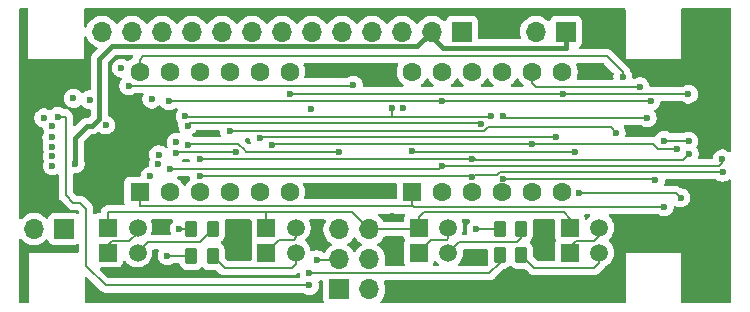
<source format=gbr>
%TF.GenerationSoftware,KiCad,Pcbnew,9.0.0*%
%TF.CreationDate,2025-05-14T14:17:17+02:00*%
%TF.ProjectId,Fluke_8050a_TM1637_Display_PCB,466c756b-655f-4383-9035-30615f544d31,rev?*%
%TF.SameCoordinates,Original*%
%TF.FileFunction,Copper,L1,Top*%
%TF.FilePolarity,Positive*%
%FSLAX46Y46*%
G04 Gerber Fmt 4.6, Leading zero omitted, Abs format (unit mm)*
G04 Created by KiCad (PCBNEW 9.0.0) date 2025-05-14 14:17:17*
%MOMM*%
%LPD*%
G01*
G04 APERTURE LIST*
G04 Aperture macros list*
%AMRoundRect*
0 Rectangle with rounded corners*
0 $1 Rounding radius*
0 $2 $3 $4 $5 $6 $7 $8 $9 X,Y pos of 4 corners*
0 Add a 4 corners polygon primitive as box body*
4,1,4,$2,$3,$4,$5,$6,$7,$8,$9,$2,$3,0*
0 Add four circle primitives for the rounded corners*
1,1,$1+$1,$2,$3*
1,1,$1+$1,$4,$5*
1,1,$1+$1,$6,$7*
1,1,$1+$1,$8,$9*
0 Add four rect primitives between the rounded corners*
20,1,$1+$1,$2,$3,$4,$5,0*
20,1,$1+$1,$4,$5,$6,$7,0*
20,1,$1+$1,$6,$7,$8,$9,0*
20,1,$1+$1,$8,$9,$2,$3,0*%
G04 Aperture macros list end*
%TA.AperFunction,SMDPad,CuDef*%
%ADD10RoundRect,0.250000X-0.262500X-0.450000X0.262500X-0.450000X0.262500X0.450000X-0.262500X0.450000X0*%
%TD*%
%TA.AperFunction,ComponentPad*%
%ADD11R,1.600000X1.600000*%
%TD*%
%TA.AperFunction,ComponentPad*%
%ADD12C,1.600000*%
%TD*%
%TA.AperFunction,ComponentPad*%
%ADD13R,1.500000X1.500000*%
%TD*%
%TA.AperFunction,ComponentPad*%
%ADD14C,1.500000*%
%TD*%
%TA.AperFunction,ComponentPad*%
%ADD15R,1.700000X1.700000*%
%TD*%
%TA.AperFunction,ComponentPad*%
%ADD16O,1.700000X1.700000*%
%TD*%
%TA.AperFunction,ViaPad*%
%ADD17C,0.600000*%
%TD*%
%TA.AperFunction,Conductor*%
%ADD18C,0.200000*%
%TD*%
%TA.AperFunction,Conductor*%
%ADD19C,0.400000*%
%TD*%
G04 APERTURE END LIST*
D10*
%TO.P,R1,1*%
%TO.N,/LED HV*%
X158787500Y-59200000D03*
%TO.P,R1,2*%
%TO.N,Net-(D7-A)*%
X160612500Y-59200000D03*
%TD*%
D11*
%TO.P,D2,1,Segement_E*%
%TO.N,/Segment E*%
X154400000Y-56060000D03*
D12*
%TO.P,D2,2,Segement_D*%
%TO.N,/Segment D*%
X156940000Y-56060000D03*
%TO.P,D2,3,DOT*%
%TO.N,/DOT*%
X159480000Y-56060000D03*
%TO.P,D2,4,Segement_C*%
%TO.N,/Segment C*%
X162020000Y-56060000D03*
%TO.P,D2,5,Segement_G*%
%TO.N,/Segment G*%
X164560000Y-56060000D03*
%TO.P,D2,6,NC*%
%TO.N,unconnected-(D2-NC-Pad6)*%
X167100000Y-56060000D03*
%TO.P,D2,7,Segement_B*%
%TO.N,/Segment B*%
X167100000Y-45900000D03*
%TO.P,D2,8,DIG3_(Common_Anode)*%
%TO.N,/DIGIT6*%
X164560000Y-45900000D03*
%TO.P,D2,9,DIG2_(Common_Anode)*%
%TO.N,/DIGIT5*%
X162020000Y-45900000D03*
%TO.P,D2,10,Segement_F*%
%TO.N,/Segment F*%
X159480000Y-45900000D03*
%TO.P,D2,11,Segement_A*%
%TO.N,/Segment A*%
X156940000Y-45900000D03*
%TO.P,D2,12,DIG1_(Common_Anode)*%
%TO.N,/DIGIT4*%
X154400000Y-45900000D03*
%TD*%
D13*
%TO.P,D8,1,K*%
%TO.N,Net-(D4-A)*%
X165140000Y-61200000D03*
D14*
%TO.P,D8,2,A*%
%TO.N,Net-(D8-A)*%
X167640000Y-61200000D03*
%TD*%
D13*
%TO.P,D10,1,K*%
%TO.N,Net-(D10-K)*%
X190840000Y-61200000D03*
D14*
%TO.P,D10,2,A*%
%TO.N,Net-(D10-A)*%
X193340000Y-61200000D03*
%TD*%
D11*
%TO.P,D1,1,Segement_E*%
%TO.N,/Segment E*%
X177500000Y-56060000D03*
D12*
%TO.P,D1,2,Segement_D*%
%TO.N,/Segment D*%
X180040000Y-56060000D03*
%TO.P,D1,3,DOT*%
%TO.N,/DOT*%
X182580000Y-56060000D03*
%TO.P,D1,4,Segement_C*%
%TO.N,/Segment C*%
X185120000Y-56060000D03*
%TO.P,D1,5,Segement_G*%
%TO.N,/Segment G*%
X187660000Y-56060000D03*
%TO.P,D1,6,NC*%
%TO.N,unconnected-(D1-NC-Pad6)*%
X190200000Y-56060000D03*
%TO.P,D1,7,Segement_B*%
%TO.N,/Segment B*%
X190200000Y-45900000D03*
%TO.P,D1,8,DIG3_(Common_Anode)*%
%TO.N,/DIGIT3*%
X187660000Y-45900000D03*
%TO.P,D1,9,DIG2_(Common_Anode)*%
%TO.N,/DIGIT2*%
X185120000Y-45900000D03*
%TO.P,D1,10,Segement_F*%
%TO.N,/Segment F*%
X182580000Y-45900000D03*
%TO.P,D1,11,Segement_A*%
%TO.N,/Segment A*%
X180040000Y-45900000D03*
%TO.P,D1,12,DIG1_(Common_Anode)*%
%TO.N,/DIGIT1*%
X177500000Y-45900000D03*
%TD*%
D13*
%TO.P,D7,1,K*%
%TO.N,Net-(D3-A)*%
X151740000Y-61200000D03*
D14*
%TO.P,D7,2,A*%
%TO.N,Net-(D7-A)*%
X154240000Y-61200000D03*
%TD*%
D10*
%TO.P,R4,1*%
%TO.N,/LED NN*%
X184887500Y-61400000D03*
%TO.P,R4,2*%
%TO.N,Net-(D10-A)*%
X186712500Y-61400000D03*
%TD*%
D13*
%TO.P,D3,1,K*%
%TO.N,GND*%
X151740000Y-59100000D03*
D14*
%TO.P,D3,2,A*%
%TO.N,Net-(D3-A)*%
X154240000Y-59100000D03*
%TD*%
D10*
%TO.P,R3,1*%
%TO.N,/LED DB*%
X184887500Y-59200000D03*
%TO.P,R3,2*%
%TO.N,Net-(D9-A)*%
X186712500Y-59200000D03*
%TD*%
%TO.P,R2,1*%
%TO.N,/LED REL*%
X158787500Y-61500000D03*
%TO.P,R2,2*%
%TO.N,Net-(D8-A)*%
X160612500Y-61500000D03*
%TD*%
D13*
%TO.P,D9,1,K*%
%TO.N,Net-(D5-A)*%
X178040000Y-61200000D03*
D14*
%TO.P,D9,2,A*%
%TO.N,Net-(D9-A)*%
X180540000Y-61200000D03*
%TD*%
D13*
%TO.P,D6,1,K*%
%TO.N,GND*%
X190840000Y-59100000D03*
D14*
%TO.P,D6,2,A*%
%TO.N,Net-(D10-K)*%
X193340000Y-59100000D03*
%TD*%
D13*
%TO.P,D4,1,K*%
%TO.N,GND*%
X165140000Y-59100000D03*
D14*
%TO.P,D4,2,A*%
%TO.N,Net-(D4-A)*%
X167640000Y-59100000D03*
%TD*%
D13*
%TO.P,D5,1,K*%
%TO.N,GND*%
X178040000Y-59100000D03*
D14*
%TO.P,D5,2,A*%
%TO.N,Net-(D5-A)*%
X180540000Y-59100000D03*
%TD*%
D15*
%TO.P,J1,1,Pin_1*%
%TO.N,/MISO*%
X171325000Y-64325000D03*
D16*
%TO.P,J1,2,Pin_2*%
%TO.N,Net-(J1-Pin_2)*%
X173865000Y-64325000D03*
%TO.P,J1,3,Pin_3*%
%TO.N,/SCK*%
X171325000Y-61785000D03*
%TO.P,J1,4,Pin_4*%
%TO.N,/MOSI*%
X173865000Y-61785000D03*
%TO.P,J1,5,Pin_5*%
%TO.N,/RST*%
X171325000Y-59245000D03*
%TO.P,J1,6,Pin_6*%
%TO.N,GND*%
X173865000Y-59245000D03*
%TD*%
D15*
%TO.P,J4,1,Pin_1*%
%TO.N,Net-(J4-Pin_1)*%
X148000000Y-59200000D03*
D16*
%TO.P,J4,2,Pin_2*%
%TO.N,Net-(J4-Pin_2)*%
X145460000Y-59200000D03*
%TD*%
D15*
%TO.P,J2,1,Pin_1*%
%TO.N,GND*%
X181700000Y-42500000D03*
D16*
%TO.P,J2,2,Pin_2*%
%TO.N,VCC*%
X179160000Y-42500000D03*
%TO.P,J2,3,Pin_3*%
%TO.N,/Strobe 4*%
X176620000Y-42500000D03*
%TO.P,J2,4,Pin_4*%
%TO.N,/Strobe 3*%
X174080000Y-42500000D03*
%TO.P,J2,5,Pin_5*%
%TO.N,/Strobe 2*%
X171540000Y-42500000D03*
%TO.P,J2,6,Pin_6*%
%TO.N,/Strobe 1*%
X169000000Y-42500000D03*
%TO.P,J2,7,Pin_7*%
%TO.N,/DATA Z*%
X166460000Y-42500000D03*
%TO.P,J2,8,Pin_8*%
%TO.N,/DATA Y*%
X163920000Y-42500000D03*
%TO.P,J2,9,Pin_9*%
%TO.N,/DATA X*%
X161380000Y-42500000D03*
%TO.P,J2,10,Pin_10*%
%TO.N,/DATA W*%
X158840000Y-42500000D03*
%TO.P,J2,11,Pin_11*%
%TO.N,/Strobe 0*%
X156300000Y-42500000D03*
%TO.P,J2,12,Pin_12*%
%TO.N,/HV*%
X153760000Y-42500000D03*
%TO.P,J2,13,Pin_13*%
%TO.N,/DP*%
X151220000Y-42500000D03*
%TD*%
D15*
%TO.P,J3,1,Pin_1*%
%TO.N,VCC*%
X190500000Y-42500000D03*
D16*
%TO.P,J3,2,Pin_2*%
%TO.N,Net-(J1-Pin_2)*%
X187960000Y-42500000D03*
%TD*%
D17*
%TO.N,/DIGIT2*%
X185195000Y-49625000D03*
X197380000Y-49800000D03*
%TO.N,/DIGIT3*%
X196780000Y-47160000D03*
%TO.N,/DIGIT1*%
X191310000Y-52680000D03*
X177500000Y-52610000D03*
X200220000Y-56560000D03*
X191610000Y-56170000D03*
%TO.N,/DIGIT6*%
X164560000Y-51540000D03*
X189660000Y-51380000D03*
%TO.N,/DIGIT5*%
X162020000Y-50890000D03*
X194750000Y-51050000D03*
%TO.N,/DIGIT4*%
X195330000Y-46300000D03*
%TO.N,VCC*%
X148960000Y-53680000D03*
%TO.N,/Segment B*%
X167100000Y-47760000D03*
X200880000Y-47780000D03*
X190220000Y-47760000D03*
%TO.N,/Segment C*%
X198080000Y-55040000D03*
X185140000Y-55000000D03*
%TO.N,/Segment D*%
X156940000Y-54130000D03*
X203739876Y-53269921D03*
X180040000Y-53881000D03*
%TO.N,/Segment G*%
X187670000Y-52040000D03*
X199900000Y-52390000D03*
X165630000Y-52070000D03*
%TO.N,/Segment F*%
X200950000Y-52830000D03*
X182580000Y-53280000D03*
X159480000Y-53271000D03*
%TO.N,/DOT*%
X159480000Y-54740000D03*
X203762241Y-54404019D03*
X182580000Y-54760000D03*
%TO.N,/Segment E*%
X198810000Y-51710000D03*
X200890000Y-51750000D03*
X198830000Y-57330000D03*
%TO.N,/Segment A*%
X156930000Y-48360000D03*
X180040000Y-48360000D03*
X197710000Y-48370000D03*
%TO.N,/Strobe 4*%
X157490000Y-51850000D03*
%TO.N,/Strobe 1*%
X156000000Y-53720000D03*
%TO.N,/DATA Z*%
X155300000Y-54710000D03*
%TO.N,/Strobe 2*%
X156010000Y-52910000D03*
%TO.N,/Strobe 3*%
X162592472Y-52661000D03*
X157470000Y-52760000D03*
%TO.N,/DATA W*%
X147000000Y-52240000D03*
%TO.N,/DATA X*%
X147000000Y-53040000D03*
%TO.N,/DP*%
X146300000Y-49800000D03*
%TO.N,/Strobe 0*%
X146980000Y-51440000D03*
%TO.N,/DATA Y*%
X147030358Y-53839426D03*
%TO.N,/HV*%
X146980000Y-50520000D03*
%TO.N,Net-(U1-DIO)*%
X158480000Y-50440000D03*
X183340000Y-50330000D03*
X176700000Y-49000000D03*
%TO.N,Net-(U1-CLK)*%
X175800000Y-49000000D03*
X158260000Y-49670000D03*
X184150000Y-49620000D03*
%TO.N,/MISO*%
X172510000Y-47040000D03*
X153490000Y-47090000D03*
%TO.N,/MOSI*%
X147490000Y-49680000D03*
X168790000Y-63980000D03*
%TO.N,/RST*%
X158510000Y-52070000D03*
X171330000Y-52660000D03*
%TO.N,/SCK*%
X168940000Y-49070000D03*
X169400000Y-61800000D03*
X148810000Y-48150000D03*
%TO.N,/LED HV*%
X157760000Y-59170000D03*
X151550000Y-50400000D03*
%TO.N,/LED REL*%
X156760000Y-61480000D03*
X152860000Y-45570000D03*
%TO.N,/LED DB*%
X155445000Y-48205000D03*
X182890000Y-59200000D03*
%TO.N,/LED NN*%
X168770000Y-62960000D03*
X150190000Y-48270000D03*
%TD*%
D18*
%TO.N,/DIGIT2*%
X185195000Y-49625000D02*
X185359000Y-49789000D01*
X185359000Y-49789000D02*
X196569000Y-49789000D01*
X196580000Y-49800000D02*
X197380000Y-49800000D01*
X196569000Y-49789000D02*
X196580000Y-49800000D01*
%TO.N,/DIGIT3*%
X187660000Y-46880000D02*
X187660000Y-45900000D01*
X187940000Y-47160000D02*
X187660000Y-46880000D01*
X196780000Y-47160000D02*
X187940000Y-47160000D01*
%TO.N,/DIGIT1*%
X191090000Y-52670000D02*
X191100000Y-52680000D01*
X199830000Y-56170000D02*
X191610000Y-56170000D01*
X191100000Y-52680000D02*
X191310000Y-52680000D01*
X200220000Y-56560000D02*
X199830000Y-56170000D01*
X182737100Y-52670000D02*
X191090000Y-52670000D01*
X182737100Y-52670000D02*
X182726100Y-52659000D01*
X182726100Y-52659000D02*
X177541000Y-52659000D01*
%TO.N,/DIGIT6*%
X164560000Y-51540000D02*
X164660000Y-51440000D01*
X189600000Y-51440000D02*
X189660000Y-51380000D01*
X164660000Y-51440000D02*
X189600000Y-51440000D01*
%TO.N,/DIGIT5*%
X194750000Y-51050000D02*
X194278943Y-50578943D01*
X183589943Y-50930000D02*
X162140000Y-50930000D01*
X183941000Y-50578943D02*
X183589943Y-50930000D01*
X194278943Y-50578943D02*
X183941000Y-50578943D01*
%TO.N,/DIGIT4*%
X195330000Y-46300000D02*
X195330000Y-45930000D01*
X154400000Y-44860000D02*
X154400000Y-45900000D01*
X193970000Y-44570000D02*
X154690000Y-44570000D01*
X154690000Y-44570000D02*
X154400000Y-44860000D01*
X195330000Y-45930000D02*
X193970000Y-44570000D01*
%TO.N,Net-(D7-A)*%
X155120000Y-60320000D02*
X154240000Y-61200000D01*
X159492500Y-60320000D02*
X155120000Y-60320000D01*
X160612500Y-59200000D02*
X159492500Y-60320000D01*
D19*
%TO.N,VCC*%
X153409000Y-43751000D02*
X153398000Y-43740000D01*
X151000000Y-44790000D02*
X151000000Y-49870000D01*
X190500000Y-43820000D02*
X190470000Y-43850000D01*
X148960000Y-51480000D02*
X148960000Y-53680000D01*
X152050000Y-43740000D02*
X151000000Y-44790000D01*
X153398000Y-43740000D02*
X152050000Y-43740000D01*
X190470000Y-43850000D02*
X180101000Y-43850000D01*
X151000000Y-49870000D02*
X150400000Y-50470000D01*
X150400000Y-50470000D02*
X149970000Y-50470000D01*
X180101000Y-43850000D02*
X179160000Y-42909000D01*
X190500000Y-42500000D02*
X190500000Y-43820000D01*
X179160000Y-42500000D02*
X177909000Y-43751000D01*
D18*
X179160000Y-42500000D02*
X179160000Y-43220000D01*
D19*
X149970000Y-50470000D02*
X148960000Y-51480000D01*
X179160000Y-42909000D02*
X179160000Y-42500000D01*
X177909000Y-43751000D02*
X153409000Y-43751000D01*
D18*
%TO.N,Net-(D8-A)*%
X167640000Y-62200000D02*
X167340000Y-62500000D01*
X167640000Y-61200000D02*
X167640000Y-62200000D01*
X161612500Y-62500000D02*
X160612500Y-61500000D01*
X167340000Y-62500000D02*
X161612500Y-62500000D01*
%TO.N,Net-(D9-A)*%
X186390000Y-60290000D02*
X186740000Y-59940000D01*
X186712500Y-59912500D02*
X186712500Y-59200000D01*
X180540000Y-61200000D02*
X181450000Y-60290000D01*
X181450000Y-60290000D02*
X186390000Y-60290000D01*
X186740000Y-59940000D02*
X186712500Y-59912500D01*
%TO.N,Net-(D3-A)*%
X151740000Y-60530000D02*
X152070000Y-60200000D01*
X151740000Y-61200000D02*
X151740000Y-60530000D01*
X152070000Y-60200000D02*
X153540000Y-60200000D01*
X153540000Y-60200000D02*
X154240000Y-59500000D01*
X154240000Y-59500000D02*
X154240000Y-59100000D01*
%TO.N,Net-(D4-A)*%
X166210000Y-60130000D02*
X167440000Y-60130000D01*
X167640000Y-59910000D02*
X167640000Y-59100000D01*
X167650000Y-59920000D02*
X167640000Y-59910000D01*
X165140000Y-61200000D02*
X166210000Y-60130000D01*
X167440000Y-60130000D02*
X167650000Y-59920000D01*
%TO.N,Net-(D5-A)*%
X178040000Y-61200000D02*
X179120000Y-60120000D01*
X180540000Y-59970000D02*
X180540000Y-59100000D01*
X180410000Y-60120000D02*
X180550000Y-59980000D01*
X180550000Y-59980000D02*
X180540000Y-59970000D01*
X179120000Y-60120000D02*
X180410000Y-60120000D01*
%TO.N,Net-(D10-K)*%
X193340000Y-59770000D02*
X193340000Y-59100000D01*
X191370000Y-60220000D02*
X192850000Y-60220000D01*
X190840000Y-60750000D02*
X191370000Y-60220000D01*
X192870000Y-60240000D02*
X193340000Y-59770000D01*
X190840000Y-61200000D02*
X190840000Y-60750000D01*
X192850000Y-60220000D02*
X192870000Y-60240000D01*
%TO.N,Net-(D10-A)*%
X186712500Y-61400000D02*
X187832500Y-62520000D01*
X192870000Y-62520000D02*
X193340000Y-62050000D01*
X187832500Y-62520000D02*
X192870000Y-62520000D01*
X193340000Y-62050000D02*
X193340000Y-61200000D01*
%TO.N,/Segment B*%
X167100000Y-47760000D02*
X190220000Y-47760000D01*
X200860000Y-47760000D02*
X200880000Y-47780000D01*
X190220000Y-47760000D02*
X200860000Y-47760000D01*
%TO.N,/Segment C*%
X185180000Y-54960000D02*
X185140000Y-55000000D01*
X198000000Y-54960000D02*
X185180000Y-54960000D01*
X198080000Y-55040000D02*
X198000000Y-54960000D01*
%TO.N,/Segment D*%
X179790000Y-54130000D02*
X156940000Y-54130000D01*
X180039000Y-53881000D02*
X179790000Y-54130000D01*
X203739876Y-53610124D02*
X203739876Y-53269921D01*
X180041000Y-53880000D02*
X203470000Y-53880000D01*
X180040000Y-53881000D02*
X180039000Y-53881000D01*
X180040000Y-53881000D02*
X180041000Y-53880000D01*
X203470000Y-53880000D02*
X203739876Y-53610124D01*
%TO.N,/Segment G*%
X187670000Y-52040000D02*
X187690000Y-52040000D01*
X165630000Y-52000000D02*
X165670000Y-51960000D01*
X187690000Y-52040000D02*
X187710000Y-52020000D01*
X187710000Y-52020000D02*
X197900000Y-52020000D01*
X165630000Y-52070000D02*
X165700000Y-52000000D01*
X165700000Y-52000000D02*
X187630000Y-52000000D01*
X187630000Y-52000000D02*
X187670000Y-52040000D01*
X198270000Y-52390000D02*
X199900000Y-52390000D01*
X165630000Y-52070000D02*
X165630000Y-52000000D01*
X197900000Y-52020000D02*
X198270000Y-52390000D01*
%TO.N,/Segment F*%
X159510000Y-53250000D02*
X159480000Y-53220000D01*
X200400000Y-53380000D02*
X200950000Y-52830000D01*
X182880000Y-53380000D02*
X200400000Y-53380000D01*
X182780000Y-53280000D02*
X182880000Y-53380000D01*
X182561000Y-53261000D02*
X161911057Y-53261000D01*
X161911057Y-53261000D02*
X161900057Y-53250000D01*
X182580000Y-53280000D02*
X182561000Y-53261000D01*
X161900057Y-53250000D02*
X159510000Y-53250000D01*
X159480000Y-53220000D02*
X159480000Y-53271000D01*
%TO.N,/DOT*%
X203762241Y-54404019D02*
X203758222Y-54400000D01*
X203758222Y-54400000D02*
X197739943Y-54400000D01*
X159480000Y-54740000D02*
X159850000Y-54740000D01*
X197201057Y-54359000D02*
X197160057Y-54400000D01*
X185389943Y-54400000D02*
X185388943Y-54399000D01*
X182380000Y-54760000D02*
X182580000Y-54760000D01*
X159850000Y-54740000D02*
X159890000Y-54700000D01*
X184891057Y-54399000D02*
X184700057Y-54590000D01*
X197739943Y-54400000D02*
X197698943Y-54359000D01*
X182320000Y-54700000D02*
X182380000Y-54760000D01*
X185388943Y-54399000D02*
X184891057Y-54399000D01*
X182580000Y-54760000D02*
X182640000Y-54700000D01*
X159890000Y-54700000D02*
X182320000Y-54700000D01*
X197160057Y-54400000D02*
X185389943Y-54400000D01*
X203762241Y-54404019D02*
X203846260Y-54320000D01*
X197698943Y-54359000D02*
X197201057Y-54359000D01*
X184700057Y-54590000D02*
X182790000Y-54590000D01*
%TO.N,/Segment E*%
X175511057Y-57269000D02*
X176008943Y-57269000D01*
X198830000Y-57330000D02*
X198960000Y-57200000D01*
X176029943Y-57290000D02*
X177390000Y-57290000D01*
X200850000Y-51710000D02*
X200890000Y-51750000D01*
X154400000Y-57250000D02*
X154440000Y-57290000D01*
X198830000Y-57330000D02*
X177610000Y-57330000D01*
X175490057Y-57290000D02*
X175511057Y-57269000D01*
X177500000Y-56060000D02*
X177500000Y-57180000D01*
X154440000Y-57290000D02*
X175490057Y-57290000D01*
X154400000Y-56060000D02*
X154400000Y-57250000D01*
X177500000Y-57180000D02*
X177480000Y-57200000D01*
X177610000Y-57330000D02*
X177480000Y-57200000D01*
X198810000Y-51710000D02*
X200850000Y-51710000D01*
X176008943Y-57269000D02*
X176029943Y-57290000D01*
X177390000Y-57290000D02*
X177480000Y-57200000D01*
%TO.N,/Segment A*%
X197710000Y-48370000D02*
X197700000Y-48360000D01*
X180040000Y-48360000D02*
X156930000Y-48360000D01*
X180040000Y-48360000D02*
X197700000Y-48360000D01*
%TO.N,GND*%
X165150000Y-57790000D02*
X165150000Y-59090000D01*
X190310000Y-57780000D02*
X190860000Y-58330000D01*
X165150000Y-58520000D02*
X165140000Y-58530000D01*
X165150000Y-59090000D02*
X165140000Y-59100000D01*
X177910000Y-59230000D02*
X178040000Y-59100000D01*
X190860000Y-58330000D02*
X190840000Y-58350000D01*
X165140000Y-58530000D02*
X165140000Y-59100000D01*
X173865000Y-59245000D02*
X173880000Y-59230000D01*
X178040000Y-58210000D02*
X178470000Y-57780000D01*
X190840000Y-58350000D02*
X190840000Y-59100000D01*
X165150000Y-57790000D02*
X165150000Y-58520000D01*
X172410000Y-57790000D02*
X165150000Y-57790000D01*
X151740000Y-59100000D02*
X151740000Y-57790000D01*
X178470000Y-57780000D02*
X190310000Y-57780000D01*
X173865000Y-59245000D02*
X172410000Y-57790000D01*
X178040000Y-59100000D02*
X178040000Y-58210000D01*
X173880000Y-59230000D02*
X177910000Y-59230000D01*
X151740000Y-57790000D02*
X165150000Y-57790000D01*
%TO.N,/Strobe 3*%
X162159000Y-52661000D02*
X162149000Y-52671000D01*
X162592472Y-52661000D02*
X162159000Y-52661000D01*
X157559000Y-52671000D02*
X157470000Y-52760000D01*
X162149000Y-52671000D02*
X157559000Y-52671000D01*
%TO.N,Net-(U1-DIO)*%
X177079000Y-50223900D02*
X177105100Y-50250000D01*
X158480000Y-50440000D02*
X158690000Y-50230000D01*
X177854900Y-50250000D02*
X177881000Y-50223900D01*
X158690000Y-50230000D02*
X177079000Y-50230000D01*
X183260000Y-50250000D02*
X183340000Y-50330000D01*
X177105100Y-50250000D02*
X177854900Y-50250000D01*
X177881000Y-50223900D02*
X177881000Y-50250000D01*
X177079000Y-50230000D02*
X177079000Y-50223900D01*
X177881000Y-50250000D02*
X183260000Y-50250000D01*
%TO.N,Net-(U1-CLK)*%
X158260000Y-49670000D02*
X158290000Y-49700000D01*
X175800000Y-49700000D02*
X184070000Y-49700000D01*
X175800000Y-49700000D02*
X175800000Y-49000000D01*
X158290000Y-49700000D02*
X175800000Y-49700000D01*
X184070000Y-49700000D02*
X184150000Y-49620000D01*
%TO.N,/MISO*%
X153520000Y-47060000D02*
X153490000Y-47090000D01*
X172490000Y-47060000D02*
X153520000Y-47060000D01*
X172510000Y-47040000D02*
X172490000Y-47060000D01*
%TO.N,/MOSI*%
X148800000Y-57000000D02*
X149400000Y-57000000D01*
X149400000Y-57000000D02*
X149900000Y-57500000D01*
X147490000Y-49680000D02*
X148160000Y-49680000D01*
X149900000Y-57500000D02*
X149900000Y-62360000D01*
X151520000Y-63980000D02*
X168790000Y-63980000D01*
X148160000Y-56360000D02*
X148800000Y-57000000D01*
X147490000Y-49680000D02*
X147410000Y-49600000D01*
X149900000Y-62360000D02*
X151520000Y-63980000D01*
X168790000Y-63980000D02*
X168850000Y-63980000D01*
X148160000Y-49680000D02*
X148160000Y-56360000D01*
%TO.N,/RST*%
X171319000Y-52671000D02*
X163451000Y-52671000D01*
X163451000Y-52671000D02*
X163310000Y-52530000D01*
X171330000Y-52660000D02*
X171319000Y-52671000D01*
X163310000Y-52530000D02*
X162760000Y-51980000D01*
X162760000Y-51980000D02*
X158540000Y-51980000D01*
%TO.N,/SCK*%
X169400000Y-61800000D02*
X171310000Y-61800000D01*
X171310000Y-61800000D02*
X171325000Y-61785000D01*
%TO.N,/LED HV*%
X157760000Y-59170000D02*
X158757500Y-59170000D01*
X158757500Y-59170000D02*
X158787500Y-59200000D01*
%TO.N,/LED REL*%
X158650000Y-61500000D02*
X158787500Y-61500000D01*
X156760000Y-61480000D02*
X158630000Y-61480000D01*
X158630000Y-61480000D02*
X158650000Y-61500000D01*
%TO.N,/LED DB*%
X182890000Y-59200000D02*
X184887500Y-59200000D01*
%TO.N,/LED NN*%
X168770000Y-62960000D02*
X184030000Y-62960000D01*
X184030000Y-62960000D02*
X184887500Y-62102500D01*
X184887500Y-62102500D02*
X184887500Y-61400000D01*
%TD*%
%TA.AperFunction,NonConductor*%
G36*
X193736942Y-45190185D02*
G01*
X193757584Y-45206819D01*
X194522853Y-45972088D01*
X194556338Y-46033411D01*
X194556789Y-46083960D01*
X194529500Y-46221153D01*
X194529500Y-46221158D01*
X194529500Y-46378842D01*
X194529792Y-46380311D01*
X194535958Y-46411310D01*
X194529729Y-46480902D01*
X194486866Y-46536078D01*
X194420976Y-46559322D01*
X194414340Y-46559500D01*
X191523813Y-46559500D01*
X191456774Y-46539815D01*
X191411019Y-46487011D01*
X191401075Y-46417853D01*
X191405882Y-46397182D01*
X191468476Y-46204538D01*
X191468476Y-46204537D01*
X191468477Y-46204534D01*
X191500500Y-46002352D01*
X191500500Y-45797648D01*
X191468477Y-45595466D01*
X191405220Y-45400781D01*
X191405218Y-45400778D01*
X191405218Y-45400776D01*
X191379751Y-45350795D01*
X191366855Y-45282126D01*
X191393131Y-45217385D01*
X191450238Y-45177128D01*
X191490236Y-45170500D01*
X193669903Y-45170500D01*
X193736942Y-45190185D01*
G37*
%TD.AperFunction*%
%TA.AperFunction,NonConductor*%
G36*
X186461445Y-46443865D02*
G01*
X186500483Y-46488917D01*
X186536357Y-46559322D01*
X186547715Y-46581614D01*
X186668028Y-46747213D01*
X186812786Y-46891971D01*
X186872262Y-46935182D01*
X186914928Y-46990511D01*
X186920907Y-47060125D01*
X186888302Y-47121920D01*
X186827463Y-47156277D01*
X186799377Y-47159500D01*
X185980623Y-47159500D01*
X185913584Y-47139815D01*
X185867829Y-47087011D01*
X185857885Y-47017853D01*
X185886910Y-46954297D01*
X185907738Y-46935182D01*
X185967213Y-46891971D01*
X185967215Y-46891968D01*
X185967219Y-46891966D01*
X186111966Y-46747219D01*
X186111968Y-46747215D01*
X186111971Y-46747213D01*
X186232284Y-46581614D01*
X186232285Y-46581613D01*
X186232287Y-46581610D01*
X186279516Y-46488917D01*
X186327489Y-46438123D01*
X186395310Y-46421328D01*
X186461445Y-46443865D01*
G37*
%TD.AperFunction*%
%TA.AperFunction,NonConductor*%
G36*
X183921445Y-46443865D02*
G01*
X183960483Y-46488917D01*
X183996357Y-46559322D01*
X184007715Y-46581614D01*
X184128028Y-46747213D01*
X184272786Y-46891971D01*
X184332262Y-46935182D01*
X184374928Y-46990511D01*
X184380907Y-47060125D01*
X184348302Y-47121920D01*
X184287463Y-47156277D01*
X184259377Y-47159500D01*
X183440623Y-47159500D01*
X183373584Y-47139815D01*
X183327829Y-47087011D01*
X183317885Y-47017853D01*
X183346910Y-46954297D01*
X183367738Y-46935182D01*
X183427213Y-46891971D01*
X183427215Y-46891968D01*
X183427219Y-46891966D01*
X183571966Y-46747219D01*
X183571968Y-46747215D01*
X183571971Y-46747213D01*
X183692284Y-46581614D01*
X183692285Y-46581613D01*
X183692287Y-46581610D01*
X183739516Y-46488917D01*
X183787489Y-46438123D01*
X183855310Y-46421328D01*
X183921445Y-46443865D01*
G37*
%TD.AperFunction*%
%TA.AperFunction,NonConductor*%
G36*
X181381445Y-46443865D02*
G01*
X181420483Y-46488917D01*
X181456357Y-46559322D01*
X181467715Y-46581614D01*
X181588028Y-46747213D01*
X181732786Y-46891971D01*
X181792262Y-46935182D01*
X181834928Y-46990511D01*
X181840907Y-47060125D01*
X181808302Y-47121920D01*
X181747463Y-47156277D01*
X181719377Y-47159500D01*
X180900623Y-47159500D01*
X180833584Y-47139815D01*
X180787829Y-47087011D01*
X180777885Y-47017853D01*
X180806910Y-46954297D01*
X180827738Y-46935182D01*
X180887213Y-46891971D01*
X180887215Y-46891968D01*
X180887219Y-46891966D01*
X181031966Y-46747219D01*
X181031968Y-46747215D01*
X181031971Y-46747213D01*
X181152284Y-46581614D01*
X181152285Y-46581613D01*
X181152287Y-46581610D01*
X181199516Y-46488917D01*
X181247489Y-46438123D01*
X181315310Y-46421328D01*
X181381445Y-46443865D01*
G37*
%TD.AperFunction*%
%TA.AperFunction,NonConductor*%
G36*
X178841445Y-46443865D02*
G01*
X178880483Y-46488917D01*
X178916357Y-46559322D01*
X178927715Y-46581614D01*
X179048028Y-46747213D01*
X179192786Y-46891971D01*
X179252262Y-46935182D01*
X179294928Y-46990511D01*
X179300907Y-47060125D01*
X179268302Y-47121920D01*
X179207463Y-47156277D01*
X179179377Y-47159500D01*
X178360623Y-47159500D01*
X178293584Y-47139815D01*
X178247829Y-47087011D01*
X178237885Y-47017853D01*
X178266910Y-46954297D01*
X178287738Y-46935182D01*
X178347213Y-46891971D01*
X178347215Y-46891968D01*
X178347219Y-46891966D01*
X178491966Y-46747219D01*
X178491968Y-46747215D01*
X178491971Y-46747213D01*
X178612284Y-46581614D01*
X178612285Y-46581613D01*
X178612287Y-46581610D01*
X178659516Y-46488917D01*
X178707489Y-46438123D01*
X178775310Y-46421328D01*
X178841445Y-46443865D01*
G37*
%TD.AperFunction*%
%TA.AperFunction,NonConductor*%
G36*
X176212404Y-45171275D02*
G01*
X176215075Y-45170614D01*
X176245737Y-45181062D01*
X176276803Y-45190185D01*
X176278603Y-45192263D01*
X176281209Y-45193151D01*
X176301359Y-45218525D01*
X176322558Y-45242989D01*
X176322949Y-45245710D01*
X176324661Y-45247866D01*
X176327892Y-45280089D01*
X176332502Y-45312147D01*
X176331442Y-45315488D01*
X176331633Y-45317387D01*
X176320249Y-45350795D01*
X176294781Y-45400776D01*
X176231522Y-45595465D01*
X176199500Y-45797648D01*
X176199500Y-46002351D01*
X176231522Y-46204534D01*
X176294781Y-46399223D01*
X176352320Y-46512147D01*
X176386745Y-46579711D01*
X176387715Y-46581613D01*
X176508028Y-46747213D01*
X176652786Y-46891971D01*
X176712262Y-46935182D01*
X176754928Y-46990511D01*
X176760907Y-47060125D01*
X176728302Y-47121920D01*
X176667463Y-47156277D01*
X176639377Y-47159500D01*
X173434500Y-47159500D01*
X173367461Y-47139815D01*
X173321706Y-47087011D01*
X173310500Y-47035500D01*
X173310500Y-46961155D01*
X173310499Y-46961153D01*
X173289684Y-46856510D01*
X173279737Y-46806503D01*
X173255181Y-46747219D01*
X173219397Y-46660827D01*
X173219390Y-46660814D01*
X173131789Y-46529711D01*
X173131786Y-46529707D01*
X173020292Y-46418213D01*
X173020288Y-46418210D01*
X172889185Y-46330609D01*
X172889172Y-46330602D01*
X172743501Y-46270264D01*
X172743489Y-46270261D01*
X172588845Y-46239500D01*
X172588842Y-46239500D01*
X172431158Y-46239500D01*
X172431155Y-46239500D01*
X172276510Y-46270261D01*
X172276498Y-46270264D01*
X172130827Y-46330602D01*
X172130814Y-46330609D01*
X171999711Y-46418210D01*
X171999707Y-46418213D01*
X171994740Y-46423181D01*
X171933417Y-46456666D01*
X171907059Y-46459500D01*
X168456305Y-46459500D01*
X168389266Y-46439815D01*
X168343511Y-46387011D01*
X168333567Y-46317853D01*
X168338374Y-46297181D01*
X168344153Y-46279397D01*
X168368477Y-46204534D01*
X168400500Y-46002352D01*
X168400500Y-45797648D01*
X168368477Y-45595466D01*
X168305220Y-45400781D01*
X168305218Y-45400778D01*
X168305218Y-45400776D01*
X168279751Y-45350795D01*
X168266855Y-45282126D01*
X168293131Y-45217385D01*
X168350238Y-45177128D01*
X168390236Y-45170500D01*
X176209764Y-45170500D01*
X176212404Y-45171275D01*
G37*
%TD.AperFunction*%
%TA.AperFunction,NonConductor*%
G36*
X161162539Y-50850185D02*
G01*
X161208294Y-50902989D01*
X161219500Y-50954500D01*
X161219500Y-50968846D01*
X161250261Y-51123489D01*
X161250264Y-51123501D01*
X161285284Y-51208048D01*
X161292753Y-51277518D01*
X161261477Y-51339997D01*
X161201388Y-51375649D01*
X161170723Y-51379500D01*
X158955071Y-51379500D01*
X158941774Y-51376268D01*
X158931509Y-51377241D01*
X158910892Y-51368763D01*
X158898165Y-51365671D01*
X158891971Y-51362472D01*
X158889179Y-51360606D01*
X158885039Y-51358891D01*
X158880400Y-51356495D01*
X158858756Y-51335825D01*
X158835445Y-51317037D01*
X158833750Y-51311945D01*
X158829871Y-51308240D01*
X158822836Y-51279144D01*
X158813385Y-51250741D01*
X158814712Y-51245542D01*
X158813451Y-51240327D01*
X158823264Y-51212043D01*
X158830669Y-51183043D01*
X158834862Y-51178618D01*
X158836355Y-51174318D01*
X158846459Y-51166384D01*
X158868413Y-51143223D01*
X158990289Y-51061789D01*
X159101789Y-50950289D01*
X159145007Y-50885608D01*
X159198619Y-50840804D01*
X159248109Y-50830500D01*
X161095500Y-50830500D01*
X161162539Y-50850185D01*
G37*
%TD.AperFunction*%
%TA.AperFunction,NonConductor*%
G36*
X163707202Y-51550185D02*
G01*
X163752957Y-51602989D01*
X163761780Y-51630308D01*
X163790261Y-51773491D01*
X163790264Y-51773501D01*
X163825727Y-51859117D01*
X163833196Y-51928586D01*
X163801920Y-51991065D01*
X163741831Y-52026717D01*
X163672006Y-52024223D01*
X163623485Y-51994250D01*
X163371416Y-51742181D01*
X163337931Y-51680858D01*
X163342915Y-51611166D01*
X163384787Y-51555233D01*
X163450251Y-51530816D01*
X163459097Y-51530500D01*
X163640163Y-51530500D01*
X163707202Y-51550185D01*
G37*
%TD.AperFunction*%
%TA.AperFunction,NonConductor*%
G36*
X195493039Y-40520185D02*
G01*
X195538794Y-40572989D01*
X195550000Y-40624500D01*
X195550000Y-44800000D01*
X200250000Y-44800000D01*
X200250000Y-40624500D01*
X200269685Y-40557461D01*
X200322489Y-40511706D01*
X200374000Y-40500500D01*
X204375500Y-40500500D01*
X204442539Y-40520185D01*
X204488294Y-40572989D01*
X204499500Y-40624500D01*
X204499500Y-52598104D01*
X204479815Y-52665143D01*
X204427011Y-52710898D01*
X204357853Y-52720842D01*
X204294297Y-52691817D01*
X204287819Y-52685785D01*
X204250168Y-52648134D01*
X204250164Y-52648131D01*
X204119061Y-52560530D01*
X204119048Y-52560523D01*
X203973377Y-52500185D01*
X203973365Y-52500182D01*
X203818721Y-52469421D01*
X203818718Y-52469421D01*
X203661034Y-52469421D01*
X203661031Y-52469421D01*
X203506386Y-52500182D01*
X203506374Y-52500185D01*
X203360703Y-52560523D01*
X203360690Y-52560530D01*
X203229587Y-52648131D01*
X203229583Y-52648134D01*
X203118089Y-52759628D01*
X203118086Y-52759632D01*
X203030485Y-52890735D01*
X203030478Y-52890748D01*
X202970140Y-53036419D01*
X202970137Y-53036431D01*
X202941641Y-53179691D01*
X202909256Y-53241602D01*
X202848541Y-53276176D01*
X202820024Y-53279500D01*
X201815845Y-53279500D01*
X201748806Y-53259815D01*
X201703051Y-53207011D01*
X201693107Y-53137853D01*
X201701284Y-53108048D01*
X201719735Y-53063501D01*
X201719737Y-53063497D01*
X201750500Y-52908842D01*
X201750500Y-52751158D01*
X201750500Y-52751155D01*
X201750499Y-52751153D01*
X201730007Y-52648134D01*
X201719737Y-52596503D01*
X201704837Y-52560530D01*
X201659397Y-52450827D01*
X201659390Y-52450814D01*
X201568405Y-52314646D01*
X201570642Y-52313151D01*
X201547863Y-52259556D01*
X201559636Y-52190685D01*
X201567914Y-52176291D01*
X201599394Y-52129179D01*
X201659737Y-51983497D01*
X201690500Y-51828842D01*
X201690500Y-51671158D01*
X201690500Y-51671155D01*
X201690499Y-51671153D01*
X201682374Y-51630308D01*
X201659737Y-51516503D01*
X201628030Y-51439955D01*
X201599397Y-51370827D01*
X201599390Y-51370814D01*
X201511789Y-51239711D01*
X201511786Y-51239707D01*
X201400292Y-51128213D01*
X201400288Y-51128210D01*
X201269185Y-51040609D01*
X201269172Y-51040602D01*
X201123501Y-50980264D01*
X201123489Y-50980261D01*
X200968845Y-50949500D01*
X200968842Y-50949500D01*
X200811158Y-50949500D01*
X200811155Y-50949500D01*
X200656510Y-50980261D01*
X200656498Y-50980264D01*
X200510827Y-51040602D01*
X200510815Y-51040609D01*
X200438990Y-51088602D01*
X200372313Y-51109480D01*
X200370099Y-51109500D01*
X199389766Y-51109500D01*
X199322727Y-51089815D01*
X199320875Y-51088602D01*
X199189185Y-51000609D01*
X199189172Y-51000602D01*
X199043501Y-50940264D01*
X199043489Y-50940261D01*
X198888845Y-50909500D01*
X198888842Y-50909500D01*
X198731158Y-50909500D01*
X198731155Y-50909500D01*
X198576510Y-50940261D01*
X198576498Y-50940264D01*
X198430827Y-51000602D01*
X198430814Y-51000609D01*
X198299711Y-51088210D01*
X198299707Y-51088213D01*
X198188213Y-51199707D01*
X198188210Y-51199711D01*
X198100609Y-51330814D01*
X198100604Y-51330823D01*
X198095581Y-51342952D01*
X198083036Y-51358518D01*
X198074733Y-51376701D01*
X198061563Y-51385164D01*
X198051740Y-51397355D01*
X198032773Y-51403667D01*
X198015956Y-51414476D01*
X197988394Y-51418438D01*
X197985446Y-51419420D01*
X197981021Y-51419499D01*
X197979057Y-51419499D01*
X197820943Y-51419499D01*
X197820939Y-51419499D01*
X197813332Y-51419500D01*
X197813331Y-51419499D01*
X197813331Y-51419500D01*
X195643779Y-51419500D01*
X195576740Y-51399815D01*
X195530985Y-51347011D01*
X195521041Y-51277853D01*
X195522162Y-51271309D01*
X195550499Y-51128846D01*
X195550500Y-51128844D01*
X195550500Y-50971155D01*
X195550499Y-50971153D01*
X195544355Y-50940264D01*
X195519737Y-50816503D01*
X195519735Y-50816498D01*
X195459397Y-50670827D01*
X195459390Y-50670814D01*
X195400307Y-50582391D01*
X195379429Y-50515714D01*
X195397913Y-50448334D01*
X195449892Y-50401643D01*
X195503409Y-50389500D01*
X196443565Y-50389500D01*
X196475657Y-50393724D01*
X196500942Y-50400500D01*
X196500943Y-50400500D01*
X196800234Y-50400500D01*
X196867273Y-50420185D01*
X196869125Y-50421398D01*
X197000814Y-50509390D01*
X197000827Y-50509397D01*
X197074013Y-50539711D01*
X197146503Y-50569737D01*
X197259497Y-50592213D01*
X197301153Y-50600499D01*
X197301156Y-50600500D01*
X197301158Y-50600500D01*
X197458844Y-50600500D01*
X197458845Y-50600499D01*
X197613497Y-50569737D01*
X197743921Y-50515714D01*
X197759172Y-50509397D01*
X197759172Y-50509396D01*
X197759179Y-50509394D01*
X197890289Y-50421789D01*
X198001789Y-50310289D01*
X198089394Y-50179179D01*
X198149737Y-50033497D01*
X198180500Y-49878842D01*
X198180500Y-49721158D01*
X198180500Y-49721155D01*
X198180499Y-49721153D01*
X198159615Y-49616162D01*
X198149737Y-49566503D01*
X198146182Y-49557921D01*
X198089397Y-49420827D01*
X198089390Y-49420814D01*
X198001787Y-49289708D01*
X198001208Y-49289002D01*
X198001020Y-49288560D01*
X197998405Y-49284646D01*
X197999147Y-49284149D01*
X197973899Y-49224691D01*
X197985694Y-49155824D01*
X198032849Y-49104267D01*
X198049606Y-49095785D01*
X198089179Y-49079394D01*
X198220289Y-48991789D01*
X198331789Y-48880289D01*
X198419394Y-48749179D01*
X198423407Y-48739492D01*
X198456213Y-48660289D01*
X198479737Y-48603497D01*
X198485612Y-48573959D01*
X198508220Y-48460308D01*
X198540605Y-48398397D01*
X198601321Y-48363823D01*
X198629837Y-48360500D01*
X200277059Y-48360500D01*
X200344098Y-48380185D01*
X200364740Y-48396819D01*
X200369707Y-48401786D01*
X200369711Y-48401789D01*
X200500814Y-48489390D01*
X200500827Y-48489397D01*
X200646498Y-48549735D01*
X200646503Y-48549737D01*
X200786725Y-48577629D01*
X200801153Y-48580499D01*
X200801156Y-48580500D01*
X200801158Y-48580500D01*
X200958844Y-48580500D01*
X200958845Y-48580499D01*
X201113497Y-48549737D01*
X201259179Y-48489394D01*
X201390289Y-48401789D01*
X201501789Y-48290289D01*
X201589394Y-48159179D01*
X201649737Y-48013497D01*
X201680500Y-47858842D01*
X201680500Y-47701158D01*
X201680500Y-47701155D01*
X201680499Y-47701153D01*
X201672976Y-47663334D01*
X201649737Y-47546503D01*
X201642160Y-47528210D01*
X201589397Y-47400827D01*
X201589390Y-47400814D01*
X201501789Y-47269711D01*
X201501786Y-47269707D01*
X201390292Y-47158213D01*
X201390288Y-47158210D01*
X201259185Y-47070609D01*
X201259172Y-47070602D01*
X201113501Y-47010264D01*
X201113489Y-47010261D01*
X200958845Y-46979500D01*
X200958842Y-46979500D01*
X200801158Y-46979500D01*
X200801155Y-46979500D01*
X200646510Y-47010261D01*
X200646498Y-47010264D01*
X200500827Y-47070602D01*
X200500814Y-47070609D01*
X200399057Y-47138602D01*
X200332379Y-47159480D01*
X200330166Y-47159500D01*
X197697848Y-47159500D01*
X197630809Y-47139815D01*
X197585054Y-47087011D01*
X197576231Y-47059692D01*
X197549738Y-46926508D01*
X197549737Y-46926507D01*
X197549737Y-46926503D01*
X197549735Y-46926498D01*
X197489397Y-46780827D01*
X197489390Y-46780814D01*
X197401789Y-46649711D01*
X197401786Y-46649707D01*
X197290292Y-46538213D01*
X197290288Y-46538210D01*
X197159185Y-46450609D01*
X197159172Y-46450602D01*
X197013501Y-46390264D01*
X197013489Y-46390261D01*
X196858845Y-46359500D01*
X196858842Y-46359500D01*
X196701158Y-46359500D01*
X196701155Y-46359500D01*
X196546510Y-46390261D01*
X196546498Y-46390264D01*
X196400827Y-46450602D01*
X196400814Y-46450609D01*
X196321513Y-46503597D01*
X196254835Y-46524475D01*
X196187455Y-46505990D01*
X196140765Y-46454011D01*
X196129589Y-46385041D01*
X196130355Y-46380311D01*
X196130500Y-46378844D01*
X196130500Y-46221155D01*
X196130499Y-46221153D01*
X196127193Y-46204534D01*
X196099737Y-46066503D01*
X196073165Y-46002351D01*
X196039397Y-45920827D01*
X196039390Y-45920814D01*
X195951789Y-45789711D01*
X195951786Y-45789707D01*
X195923789Y-45761710D01*
X195891696Y-45706124D01*
X195891350Y-45704835D01*
X195889577Y-45698216D01*
X195889575Y-45698213D01*
X195889574Y-45698209D01*
X195810524Y-45561290D01*
X195810521Y-45561286D01*
X195810520Y-45561284D01*
X195698716Y-45449480D01*
X195698715Y-45449479D01*
X195694385Y-45445149D01*
X195694374Y-45445139D01*
X194457590Y-44208355D01*
X194457588Y-44208352D01*
X194338717Y-44089481D01*
X194338716Y-44089480D01*
X194251904Y-44039360D01*
X194251904Y-44039359D01*
X194251900Y-44039358D01*
X194201785Y-44010423D01*
X194049057Y-43969499D01*
X193890943Y-43969499D01*
X193883347Y-43969499D01*
X193883331Y-43969500D01*
X191730177Y-43969500D01*
X191663138Y-43949815D01*
X191617383Y-43897011D01*
X191607439Y-43827853D01*
X191636464Y-43764297D01*
X191655862Y-43746236D01*
X191707546Y-43707546D01*
X191793796Y-43592331D01*
X191844091Y-43457483D01*
X191850500Y-43397873D01*
X191850499Y-41602128D01*
X191844091Y-41542517D01*
X191842810Y-41539083D01*
X191793797Y-41407671D01*
X191793793Y-41407664D01*
X191707547Y-41292455D01*
X191707544Y-41292452D01*
X191592335Y-41206206D01*
X191592328Y-41206202D01*
X191457482Y-41155908D01*
X191457483Y-41155908D01*
X191397883Y-41149501D01*
X191397881Y-41149500D01*
X191397873Y-41149500D01*
X191397864Y-41149500D01*
X189602129Y-41149500D01*
X189602123Y-41149501D01*
X189542516Y-41155908D01*
X189407671Y-41206202D01*
X189407664Y-41206206D01*
X189292455Y-41292452D01*
X189292452Y-41292455D01*
X189206206Y-41407664D01*
X189206203Y-41407669D01*
X189157189Y-41539083D01*
X189115317Y-41595016D01*
X189049853Y-41619433D01*
X188981580Y-41604581D01*
X188953326Y-41583430D01*
X188839786Y-41469890D01*
X188667820Y-41344951D01*
X188478414Y-41248444D01*
X188478413Y-41248443D01*
X188478412Y-41248443D01*
X188276243Y-41182754D01*
X188276241Y-41182753D01*
X188276240Y-41182753D01*
X188114957Y-41157208D01*
X188066287Y-41149500D01*
X187853713Y-41149500D01*
X187805042Y-41157208D01*
X187643760Y-41182753D01*
X187441585Y-41248444D01*
X187252179Y-41344951D01*
X187080213Y-41469890D01*
X186929890Y-41620213D01*
X186804951Y-41792179D01*
X186708444Y-41981585D01*
X186642753Y-42183760D01*
X186609500Y-42393713D01*
X186609500Y-42606287D01*
X186642754Y-42816243D01*
X186690000Y-42961650D01*
X186698296Y-42987182D01*
X186700291Y-43057023D01*
X186664211Y-43116856D01*
X186601510Y-43147684D01*
X186580365Y-43149500D01*
X183174500Y-43149500D01*
X183107461Y-43129815D01*
X183061706Y-43077011D01*
X183050500Y-43025500D01*
X183050499Y-41602129D01*
X183050498Y-41602123D01*
X183044091Y-41542516D01*
X182993797Y-41407671D01*
X182993793Y-41407664D01*
X182907547Y-41292455D01*
X182907544Y-41292452D01*
X182792335Y-41206206D01*
X182792328Y-41206202D01*
X182657482Y-41155908D01*
X182657483Y-41155908D01*
X182597883Y-41149501D01*
X182597881Y-41149500D01*
X182597873Y-41149500D01*
X182597864Y-41149500D01*
X180802129Y-41149500D01*
X180802123Y-41149501D01*
X180742516Y-41155908D01*
X180607671Y-41206202D01*
X180607664Y-41206206D01*
X180492455Y-41292452D01*
X180492452Y-41292455D01*
X180406206Y-41407664D01*
X180406203Y-41407669D01*
X180357189Y-41539083D01*
X180315317Y-41595016D01*
X180249853Y-41619433D01*
X180181580Y-41604581D01*
X180153326Y-41583430D01*
X180039786Y-41469890D01*
X179867820Y-41344951D01*
X179678414Y-41248444D01*
X179678413Y-41248443D01*
X179678412Y-41248443D01*
X179476243Y-41182754D01*
X179476241Y-41182753D01*
X179476240Y-41182753D01*
X179314957Y-41157208D01*
X179266287Y-41149500D01*
X179053713Y-41149500D01*
X179005042Y-41157208D01*
X178843760Y-41182753D01*
X178641585Y-41248444D01*
X178452179Y-41344951D01*
X178280213Y-41469890D01*
X178129890Y-41620213D01*
X178004949Y-41792182D01*
X178000484Y-41800946D01*
X177952509Y-41851742D01*
X177884688Y-41868536D01*
X177818553Y-41845998D01*
X177779516Y-41800946D01*
X177775050Y-41792182D01*
X177650109Y-41620213D01*
X177499786Y-41469890D01*
X177327820Y-41344951D01*
X177138414Y-41248444D01*
X177138413Y-41248443D01*
X177138412Y-41248443D01*
X176936243Y-41182754D01*
X176936241Y-41182753D01*
X176936240Y-41182753D01*
X176774957Y-41157208D01*
X176726287Y-41149500D01*
X176513713Y-41149500D01*
X176465042Y-41157208D01*
X176303760Y-41182753D01*
X176101585Y-41248444D01*
X175912179Y-41344951D01*
X175740213Y-41469890D01*
X175589890Y-41620213D01*
X175464949Y-41792182D01*
X175460484Y-41800946D01*
X175412509Y-41851742D01*
X175344688Y-41868536D01*
X175278553Y-41845998D01*
X175239516Y-41800946D01*
X175235050Y-41792182D01*
X175110109Y-41620213D01*
X174959786Y-41469890D01*
X174787820Y-41344951D01*
X174598414Y-41248444D01*
X174598413Y-41248443D01*
X174598412Y-41248443D01*
X174396243Y-41182754D01*
X174396241Y-41182753D01*
X174396240Y-41182753D01*
X174234957Y-41157208D01*
X174186287Y-41149500D01*
X173973713Y-41149500D01*
X173925042Y-41157208D01*
X173763760Y-41182753D01*
X173561585Y-41248444D01*
X173372179Y-41344951D01*
X173200213Y-41469890D01*
X173049890Y-41620213D01*
X172924949Y-41792182D01*
X172920484Y-41800946D01*
X172872509Y-41851742D01*
X172804688Y-41868536D01*
X172738553Y-41845998D01*
X172699516Y-41800946D01*
X172695050Y-41792182D01*
X172570109Y-41620213D01*
X172419786Y-41469890D01*
X172247820Y-41344951D01*
X172058414Y-41248444D01*
X172058413Y-41248443D01*
X172058412Y-41248443D01*
X171856243Y-41182754D01*
X171856241Y-41182753D01*
X171856240Y-41182753D01*
X171694957Y-41157208D01*
X171646287Y-41149500D01*
X171433713Y-41149500D01*
X171385042Y-41157208D01*
X171223760Y-41182753D01*
X171021585Y-41248444D01*
X170832179Y-41344951D01*
X170660213Y-41469890D01*
X170509890Y-41620213D01*
X170384949Y-41792182D01*
X170380484Y-41800946D01*
X170332509Y-41851742D01*
X170264688Y-41868536D01*
X170198553Y-41845998D01*
X170159516Y-41800946D01*
X170155050Y-41792182D01*
X170030109Y-41620213D01*
X169879786Y-41469890D01*
X169707820Y-41344951D01*
X169518414Y-41248444D01*
X169518413Y-41248443D01*
X169518412Y-41248443D01*
X169316243Y-41182754D01*
X169316241Y-41182753D01*
X169316240Y-41182753D01*
X169154957Y-41157208D01*
X169106287Y-41149500D01*
X168893713Y-41149500D01*
X168845042Y-41157208D01*
X168683760Y-41182753D01*
X168481585Y-41248444D01*
X168292179Y-41344951D01*
X168120213Y-41469890D01*
X167969890Y-41620213D01*
X167844949Y-41792182D01*
X167840484Y-41800946D01*
X167792509Y-41851742D01*
X167724688Y-41868536D01*
X167658553Y-41845998D01*
X167619516Y-41800946D01*
X167615050Y-41792182D01*
X167490109Y-41620213D01*
X167339786Y-41469890D01*
X167167820Y-41344951D01*
X166978414Y-41248444D01*
X166978413Y-41248443D01*
X166978412Y-41248443D01*
X166776243Y-41182754D01*
X166776241Y-41182753D01*
X166776240Y-41182753D01*
X166614957Y-41157208D01*
X166566287Y-41149500D01*
X166353713Y-41149500D01*
X166305042Y-41157208D01*
X166143760Y-41182753D01*
X165941585Y-41248444D01*
X165752179Y-41344951D01*
X165580213Y-41469890D01*
X165429890Y-41620213D01*
X165304949Y-41792182D01*
X165300484Y-41800946D01*
X165252509Y-41851742D01*
X165184688Y-41868536D01*
X165118553Y-41845998D01*
X165079516Y-41800946D01*
X165075050Y-41792182D01*
X164950109Y-41620213D01*
X164799786Y-41469890D01*
X164627820Y-41344951D01*
X164438414Y-41248444D01*
X164438413Y-41248443D01*
X164438412Y-41248443D01*
X164236243Y-41182754D01*
X164236241Y-41182753D01*
X164236240Y-41182753D01*
X164074957Y-41157208D01*
X164026287Y-41149500D01*
X163813713Y-41149500D01*
X163765042Y-41157208D01*
X163603760Y-41182753D01*
X163401585Y-41248444D01*
X163212179Y-41344951D01*
X163040213Y-41469890D01*
X162889890Y-41620213D01*
X162764949Y-41792182D01*
X162760484Y-41800946D01*
X162712509Y-41851742D01*
X162644688Y-41868536D01*
X162578553Y-41845998D01*
X162539516Y-41800946D01*
X162535050Y-41792182D01*
X162410109Y-41620213D01*
X162259786Y-41469890D01*
X162087820Y-41344951D01*
X161898414Y-41248444D01*
X161898413Y-41248443D01*
X161898412Y-41248443D01*
X161696243Y-41182754D01*
X161696241Y-41182753D01*
X161696240Y-41182753D01*
X161534957Y-41157208D01*
X161486287Y-41149500D01*
X161273713Y-41149500D01*
X161225042Y-41157208D01*
X161063760Y-41182753D01*
X160861585Y-41248444D01*
X160672179Y-41344951D01*
X160500213Y-41469890D01*
X160349890Y-41620213D01*
X160224949Y-41792182D01*
X160220484Y-41800946D01*
X160172509Y-41851742D01*
X160104688Y-41868536D01*
X160038553Y-41845998D01*
X159999516Y-41800946D01*
X159995050Y-41792182D01*
X159870109Y-41620213D01*
X159719786Y-41469890D01*
X159547820Y-41344951D01*
X159358414Y-41248444D01*
X159358413Y-41248443D01*
X159358412Y-41248443D01*
X159156243Y-41182754D01*
X159156241Y-41182753D01*
X159156240Y-41182753D01*
X158994957Y-41157208D01*
X158946287Y-41149500D01*
X158733713Y-41149500D01*
X158685042Y-41157208D01*
X158523760Y-41182753D01*
X158321585Y-41248444D01*
X158132179Y-41344951D01*
X157960213Y-41469890D01*
X157809890Y-41620213D01*
X157684949Y-41792182D01*
X157680484Y-41800946D01*
X157632509Y-41851742D01*
X157564688Y-41868536D01*
X157498553Y-41845998D01*
X157459516Y-41800946D01*
X157455050Y-41792182D01*
X157330109Y-41620213D01*
X157179786Y-41469890D01*
X157007820Y-41344951D01*
X156818414Y-41248444D01*
X156818413Y-41248443D01*
X156818412Y-41248443D01*
X156616243Y-41182754D01*
X156616241Y-41182753D01*
X156616240Y-41182753D01*
X156454957Y-41157208D01*
X156406287Y-41149500D01*
X156193713Y-41149500D01*
X156145042Y-41157208D01*
X155983760Y-41182753D01*
X155781585Y-41248444D01*
X155592179Y-41344951D01*
X155420213Y-41469890D01*
X155269890Y-41620213D01*
X155144949Y-41792182D01*
X155140484Y-41800946D01*
X155092509Y-41851742D01*
X155024688Y-41868536D01*
X154958553Y-41845998D01*
X154919516Y-41800946D01*
X154915050Y-41792182D01*
X154790109Y-41620213D01*
X154639786Y-41469890D01*
X154467820Y-41344951D01*
X154278414Y-41248444D01*
X154278413Y-41248443D01*
X154278412Y-41248443D01*
X154076243Y-41182754D01*
X154076241Y-41182753D01*
X154076240Y-41182753D01*
X153914957Y-41157208D01*
X153866287Y-41149500D01*
X153653713Y-41149500D01*
X153605042Y-41157208D01*
X153443760Y-41182753D01*
X153241585Y-41248444D01*
X153052179Y-41344951D01*
X152880213Y-41469890D01*
X152729890Y-41620213D01*
X152604949Y-41792182D01*
X152600484Y-41800946D01*
X152552509Y-41851742D01*
X152484688Y-41868536D01*
X152418553Y-41845998D01*
X152379516Y-41800946D01*
X152375050Y-41792182D01*
X152250109Y-41620213D01*
X152099786Y-41469890D01*
X151927820Y-41344951D01*
X151738414Y-41248444D01*
X151738413Y-41248443D01*
X151738412Y-41248443D01*
X151536243Y-41182754D01*
X151536241Y-41182753D01*
X151536240Y-41182753D01*
X151374957Y-41157208D01*
X151326287Y-41149500D01*
X151113713Y-41149500D01*
X151065042Y-41157208D01*
X150903760Y-41182753D01*
X150701585Y-41248444D01*
X150512179Y-41344951D01*
X150340213Y-41469890D01*
X150189890Y-41620213D01*
X150064951Y-41792179D01*
X149968444Y-41981585D01*
X149941931Y-42063184D01*
X149902493Y-42120860D01*
X149838135Y-42148058D01*
X149769288Y-42136143D01*
X149717813Y-42088899D01*
X149700000Y-42024866D01*
X149700000Y-40624500D01*
X149719685Y-40557461D01*
X149772489Y-40511706D01*
X149824000Y-40500500D01*
X195426000Y-40500500D01*
X195493039Y-40520185D01*
G37*
%TD.AperFunction*%
%TA.AperFunction,NonConductor*%
G36*
X158629191Y-53291185D02*
G01*
X158674946Y-53343989D01*
X158683767Y-53371299D01*
X158685757Y-53381299D01*
X158679536Y-53450891D01*
X158636677Y-53506072D01*
X158570789Y-53529322D01*
X158564142Y-53529500D01*
X158131940Y-53529500D01*
X158110694Y-53523261D01*
X158088606Y-53521682D01*
X158077822Y-53513609D01*
X158064901Y-53509815D01*
X158050401Y-53493081D01*
X158032673Y-53479810D01*
X158027965Y-53467189D01*
X158019146Y-53457011D01*
X158015994Y-53435093D01*
X158008256Y-53414346D01*
X158011118Y-53401185D01*
X158009202Y-53387853D01*
X158018401Y-53367709D01*
X158023108Y-53346073D01*
X158036376Y-53328347D01*
X158038227Y-53324297D01*
X158044259Y-53317819D01*
X158054259Y-53307819D01*
X158115582Y-53274334D01*
X158141940Y-53271500D01*
X158562152Y-53271500D01*
X158629191Y-53291185D01*
G37*
%TD.AperFunction*%
%TA.AperFunction,NonConductor*%
G36*
X158627202Y-54750185D02*
G01*
X158672957Y-54802989D01*
X158681780Y-54830308D01*
X158701423Y-54929058D01*
X158695196Y-54998650D01*
X158652693Y-55053567D01*
X158632781Y-55068033D01*
X158488028Y-55212786D01*
X158367715Y-55378386D01*
X158320485Y-55471080D01*
X158272510Y-55521876D01*
X158204689Y-55538671D01*
X158138554Y-55516134D01*
X158099515Y-55471080D01*
X158098883Y-55469840D01*
X158052287Y-55378390D01*
X158000513Y-55307128D01*
X157931971Y-55212786D01*
X157787219Y-55068034D01*
X157724458Y-55022436D01*
X157631389Y-54954817D01*
X157588724Y-54899489D01*
X157582745Y-54829875D01*
X157615350Y-54768080D01*
X157676189Y-54733723D01*
X157704275Y-54730500D01*
X158560163Y-54730500D01*
X158627202Y-54750185D01*
G37*
%TD.AperFunction*%
%TA.AperFunction,NonConductor*%
G36*
X176142539Y-55320185D02*
G01*
X176188294Y-55372989D01*
X176199500Y-55424500D01*
X176199501Y-56544499D01*
X176196950Y-56553184D01*
X176198239Y-56562145D01*
X176187260Y-56586183D01*
X176179816Y-56611538D01*
X176172974Y-56617466D01*
X176169214Y-56625701D01*
X176146983Y-56639988D01*
X176127013Y-56657293D01*
X176116498Y-56659580D01*
X176110437Y-56663476D01*
X176075503Y-56668498D01*
X176075502Y-56668499D01*
X175929886Y-56668499D01*
X175929882Y-56668499D01*
X175922275Y-56668500D01*
X175922274Y-56668499D01*
X175922274Y-56668500D01*
X175431994Y-56668500D01*
X175391079Y-56679463D01*
X175391076Y-56679465D01*
X175369395Y-56685274D01*
X175337302Y-56689500D01*
X168433560Y-56689500D01*
X168366521Y-56669815D01*
X168320766Y-56617011D01*
X168310822Y-56547853D01*
X168315627Y-56527189D01*
X168368477Y-56364534D01*
X168400500Y-56162352D01*
X168400500Y-55957648D01*
X168373989Y-55790264D01*
X168368477Y-55755465D01*
X168329789Y-55636397D01*
X168305220Y-55560781D01*
X168305218Y-55560778D01*
X168305218Y-55560776D01*
X168264465Y-55480795D01*
X168251569Y-55412126D01*
X168277845Y-55347385D01*
X168334952Y-55307128D01*
X168374950Y-55300500D01*
X176075500Y-55300500D01*
X176142539Y-55320185D01*
G37*
%TD.AperFunction*%
%TA.AperFunction,NonConductor*%
G36*
X153296686Y-44442882D02*
G01*
X153318445Y-44447210D01*
X153340006Y-44451500D01*
X153340007Y-44451500D01*
X153728041Y-44451500D01*
X153753268Y-44458907D01*
X153779311Y-44462595D01*
X153786268Y-44468597D01*
X153795080Y-44471185D01*
X153812296Y-44491053D01*
X153832213Y-44508237D01*
X153834820Y-44517048D01*
X153840835Y-44523989D01*
X153844577Y-44550013D01*
X153852041Y-44575234D01*
X153849818Y-44586469D01*
X153850779Y-44593147D01*
X153847093Y-44610180D01*
X153843281Y-44623263D01*
X153840423Y-44628215D01*
X153824159Y-44688907D01*
X153823789Y-44690180D01*
X153805654Y-44718531D01*
X153788146Y-44747255D01*
X153786596Y-44748325D01*
X153786140Y-44749039D01*
X153784419Y-44749829D01*
X153761033Y-44765984D01*
X153718395Y-44787709D01*
X153718386Y-44787714D01*
X153552781Y-44908033D01*
X153527557Y-44933257D01*
X153466233Y-44966741D01*
X153396541Y-44961755D01*
X153370986Y-44948676D01*
X153239185Y-44860609D01*
X153239172Y-44860602D01*
X153093501Y-44800264D01*
X153093489Y-44800261D01*
X152938845Y-44769500D01*
X152938842Y-44769500D01*
X152781158Y-44769500D01*
X152781155Y-44769500D01*
X152626510Y-44800261D01*
X152626498Y-44800264D01*
X152480827Y-44860602D01*
X152480814Y-44860609D01*
X152349711Y-44948210D01*
X152349707Y-44948213D01*
X152238213Y-45059707D01*
X152238210Y-45059711D01*
X152150609Y-45190814D01*
X152150602Y-45190827D01*
X152090264Y-45336498D01*
X152090261Y-45336510D01*
X152059500Y-45491153D01*
X152059500Y-45648846D01*
X152090261Y-45803489D01*
X152090264Y-45803501D01*
X152150602Y-45949172D01*
X152150609Y-45949185D01*
X152238210Y-46080288D01*
X152238213Y-46080292D01*
X152349707Y-46191786D01*
X152349711Y-46191789D01*
X152480814Y-46279390D01*
X152480827Y-46279397D01*
X152604466Y-46330609D01*
X152626503Y-46339737D01*
X152781158Y-46370500D01*
X152781163Y-46370500D01*
X152787218Y-46371097D01*
X152787017Y-46373130D01*
X152845098Y-46390185D01*
X152890853Y-46442989D01*
X152900797Y-46512147D01*
X152871772Y-46575703D01*
X152869478Y-46578165D01*
X152868210Y-46579711D01*
X152780609Y-46710814D01*
X152780602Y-46710827D01*
X152720264Y-46856498D01*
X152720261Y-46856510D01*
X152689500Y-47011153D01*
X152689500Y-47168846D01*
X152720261Y-47323489D01*
X152720264Y-47323501D01*
X152780602Y-47469172D01*
X152780609Y-47469185D01*
X152868210Y-47600288D01*
X152868213Y-47600292D01*
X152979707Y-47711786D01*
X152979711Y-47711789D01*
X153110814Y-47799390D01*
X153110827Y-47799397D01*
X153232298Y-47849711D01*
X153256503Y-47859737D01*
X153411153Y-47890499D01*
X153411156Y-47890500D01*
X153411158Y-47890500D01*
X153568844Y-47890500D01*
X153568845Y-47890499D01*
X153723497Y-47859737D01*
X153869179Y-47799394D01*
X154000289Y-47711789D01*
X154000292Y-47711786D01*
X154015260Y-47696819D01*
X154076583Y-47663334D01*
X154102941Y-47660500D01*
X154618505Y-47660500D01*
X154685544Y-47680185D01*
X154731299Y-47732989D01*
X154741243Y-47802147D01*
X154733066Y-47831952D01*
X154675264Y-47971498D01*
X154675261Y-47971510D01*
X154644500Y-48126153D01*
X154644500Y-48283846D01*
X154675261Y-48438489D01*
X154675264Y-48438501D01*
X154735602Y-48584172D01*
X154735609Y-48584185D01*
X154823210Y-48715288D01*
X154823213Y-48715292D01*
X154934707Y-48826786D01*
X154934711Y-48826789D01*
X155065814Y-48914390D01*
X155065827Y-48914397D01*
X155177387Y-48960606D01*
X155211503Y-48974737D01*
X155366153Y-49005499D01*
X155366156Y-49005500D01*
X155366158Y-49005500D01*
X155523844Y-49005500D01*
X155523845Y-49005499D01*
X155678497Y-48974737D01*
X155824179Y-48914394D01*
X155955289Y-48826789D01*
X156042587Y-48739490D01*
X156103908Y-48706007D01*
X156173600Y-48710991D01*
X156229534Y-48752862D01*
X156233369Y-48758282D01*
X156308210Y-48870288D01*
X156308213Y-48870292D01*
X156419707Y-48981786D01*
X156419711Y-48981789D01*
X156550814Y-49069390D01*
X156550827Y-49069397D01*
X156674017Y-49120423D01*
X156696503Y-49129737D01*
X156851153Y-49160499D01*
X156851156Y-49160500D01*
X156851158Y-49160500D01*
X157008844Y-49160500D01*
X157008845Y-49160499D01*
X157163497Y-49129737D01*
X157309179Y-49069394D01*
X157340882Y-49048211D01*
X157440875Y-48981398D01*
X157458921Y-48975747D01*
X157474831Y-48965523D01*
X157505792Y-48961071D01*
X157507553Y-48960520D01*
X157509766Y-48960500D01*
X157539523Y-48960500D01*
X157606562Y-48980185D01*
X157652317Y-49032989D01*
X157662261Y-49102147D01*
X157639689Y-49153372D01*
X157641595Y-49154646D01*
X157550609Y-49290814D01*
X157550602Y-49290827D01*
X157490264Y-49436498D01*
X157490261Y-49436510D01*
X157459500Y-49591153D01*
X157459500Y-49748846D01*
X157490261Y-49903489D01*
X157490264Y-49903501D01*
X157550602Y-50049172D01*
X157550609Y-50049185D01*
X157638210Y-50180288D01*
X157638213Y-50180292D01*
X157655790Y-50197869D01*
X157689275Y-50259192D01*
X157689727Y-50309739D01*
X157679500Y-50361158D01*
X157679500Y-50518846D01*
X157710261Y-50673489D01*
X157710264Y-50673501D01*
X157770602Y-50819172D01*
X157770606Y-50819179D01*
X157812700Y-50882177D01*
X157833578Y-50948854D01*
X157815094Y-51016234D01*
X157763115Y-51062925D01*
X157694145Y-51074101D01*
X157685407Y-51072685D01*
X157568846Y-51049500D01*
X157568842Y-51049500D01*
X157411158Y-51049500D01*
X157411155Y-51049500D01*
X157256510Y-51080261D01*
X157256498Y-51080264D01*
X157110827Y-51140602D01*
X157110814Y-51140609D01*
X156979711Y-51228210D01*
X156979707Y-51228213D01*
X156868213Y-51339707D01*
X156868210Y-51339711D01*
X156780609Y-51470814D01*
X156780602Y-51470827D01*
X156720264Y-51616498D01*
X156720261Y-51616510D01*
X156689500Y-51771153D01*
X156689500Y-51928846D01*
X156720261Y-52083489D01*
X156720264Y-52083501D01*
X156767858Y-52198404D01*
X156775327Y-52267873D01*
X156744051Y-52330352D01*
X156683962Y-52366004D01*
X156614137Y-52363510D01*
X156565616Y-52333537D01*
X156520292Y-52288213D01*
X156520288Y-52288210D01*
X156389185Y-52200609D01*
X156389172Y-52200602D01*
X156243501Y-52140264D01*
X156243489Y-52140261D01*
X156088845Y-52109500D01*
X156088842Y-52109500D01*
X155931158Y-52109500D01*
X155931155Y-52109500D01*
X155776510Y-52140261D01*
X155776498Y-52140264D01*
X155630827Y-52200602D01*
X155630814Y-52200609D01*
X155499711Y-52288210D01*
X155499707Y-52288213D01*
X155388213Y-52399707D01*
X155388210Y-52399711D01*
X155300609Y-52530814D01*
X155300602Y-52530827D01*
X155240264Y-52676498D01*
X155240261Y-52676510D01*
X155209500Y-52831153D01*
X155209500Y-52988846D01*
X155239140Y-53137853D01*
X155240263Y-53143497D01*
X155259972Y-53191079D01*
X155286646Y-53255477D01*
X155294114Y-53324947D01*
X155286645Y-53350381D01*
X155230264Y-53486498D01*
X155230261Y-53486510D01*
X155199500Y-53641153D01*
X155199500Y-53798852D01*
X155199590Y-53799767D01*
X155199500Y-53800241D01*
X155199500Y-53804934D01*
X155198610Y-53804934D01*
X155186564Y-53868411D01*
X155138493Y-53919116D01*
X155100379Y-53933524D01*
X155066507Y-53940261D01*
X155066498Y-53940264D01*
X154920827Y-54000602D01*
X154920814Y-54000609D01*
X154789711Y-54088210D01*
X154789707Y-54088213D01*
X154678213Y-54199707D01*
X154678210Y-54199711D01*
X154590609Y-54330814D01*
X154590602Y-54330827D01*
X154530264Y-54476498D01*
X154530261Y-54476510D01*
X154499500Y-54631153D01*
X154499500Y-54635500D01*
X154479815Y-54702539D01*
X154427011Y-54748294D01*
X154375500Y-54759500D01*
X153552129Y-54759500D01*
X153552123Y-54759501D01*
X153492516Y-54765908D01*
X153357671Y-54816202D01*
X153357664Y-54816206D01*
X153242455Y-54902452D01*
X153242452Y-54902455D01*
X153156206Y-55017664D01*
X153156202Y-55017671D01*
X153105908Y-55152517D01*
X153099501Y-55212116D01*
X153099500Y-55212135D01*
X153099500Y-56907870D01*
X153099501Y-56907876D01*
X153105909Y-56967484D01*
X153126304Y-57022168D01*
X153131288Y-57091860D01*
X153097802Y-57153182D01*
X153036479Y-57186667D01*
X153010122Y-57189500D01*
X151660943Y-57189500D01*
X151508216Y-57230423D01*
X151508209Y-57230426D01*
X151371290Y-57309475D01*
X151371282Y-57309481D01*
X151259481Y-57421282D01*
X151259475Y-57421290D01*
X151180426Y-57558209D01*
X151180423Y-57558216D01*
X151139500Y-57710943D01*
X151139500Y-57725500D01*
X151119815Y-57792539D01*
X151067011Y-57838294D01*
X151015502Y-57849500D01*
X150942130Y-57849500D01*
X150942123Y-57849501D01*
X150882516Y-57855908D01*
X150747671Y-57906202D01*
X150747668Y-57906204D01*
X150698811Y-57942779D01*
X150633347Y-57967196D01*
X150565074Y-57952344D01*
X150515668Y-57902939D01*
X150500500Y-57843512D01*
X150500500Y-57589060D01*
X150500501Y-57589047D01*
X150500501Y-57420944D01*
X150500501Y-57420943D01*
X150459577Y-57268216D01*
X150437759Y-57230426D01*
X150380524Y-57131290D01*
X150380518Y-57131282D01*
X149768717Y-56519481D01*
X149768716Y-56519480D01*
X149681904Y-56469360D01*
X149681904Y-56469359D01*
X149681900Y-56469358D01*
X149631785Y-56440423D01*
X149479057Y-56399499D01*
X149320943Y-56399499D01*
X149313347Y-56399499D01*
X149313331Y-56399500D01*
X149100098Y-56399500D01*
X149033059Y-56379815D01*
X149012417Y-56363181D01*
X148796819Y-56147583D01*
X148763334Y-56086260D01*
X148760500Y-56059902D01*
X148760500Y-54604500D01*
X148780185Y-54537461D01*
X148832989Y-54491706D01*
X148884500Y-54480500D01*
X149038844Y-54480500D01*
X149038845Y-54480499D01*
X149193497Y-54449737D01*
X149339179Y-54389394D01*
X149470289Y-54301789D01*
X149581789Y-54190289D01*
X149669394Y-54059179D01*
X149729737Y-53913497D01*
X149760500Y-53758842D01*
X149760500Y-53601158D01*
X149760500Y-53601155D01*
X149760499Y-53601153D01*
X149746211Y-53529322D01*
X149729737Y-53446503D01*
X149687275Y-53343989D01*
X149669939Y-53302136D01*
X149660500Y-53254684D01*
X149660500Y-51821519D01*
X149680185Y-51754480D01*
X149696819Y-51733838D01*
X150223838Y-51206819D01*
X150285161Y-51173334D01*
X150311519Y-51170500D01*
X150468996Y-51170500D01*
X150575099Y-51149394D01*
X150604328Y-51143580D01*
X150686653Y-51109480D01*
X150731807Y-51090777D01*
X150731808Y-51090776D01*
X150731811Y-51090775D01*
X150846543Y-51014114D01*
X150851607Y-51009049D01*
X150912924Y-50975564D01*
X150982616Y-50980545D01*
X151026970Y-51009048D01*
X151034156Y-51016234D01*
X151039712Y-51021790D01*
X151170814Y-51109390D01*
X151170827Y-51109397D01*
X151253356Y-51143581D01*
X151316503Y-51169737D01*
X151471153Y-51200499D01*
X151471156Y-51200500D01*
X151471158Y-51200500D01*
X151628844Y-51200500D01*
X151628845Y-51200499D01*
X151783497Y-51169737D01*
X151928923Y-51109500D01*
X151929172Y-51109397D01*
X151929172Y-51109396D01*
X151929179Y-51109394D01*
X152060289Y-51021789D01*
X152171789Y-50910289D01*
X152259394Y-50779179D01*
X152319737Y-50633497D01*
X152350500Y-50478842D01*
X152350500Y-50321158D01*
X152350500Y-50321155D01*
X152350499Y-50321153D01*
X152325976Y-50197869D01*
X152319737Y-50166503D01*
X152271143Y-50049185D01*
X152259397Y-50020827D01*
X152259390Y-50020814D01*
X152171789Y-49889711D01*
X152171786Y-49889707D01*
X152060292Y-49778213D01*
X152060288Y-49778210D01*
X151929185Y-49690609D01*
X151929172Y-49690602D01*
X151777870Y-49627932D01*
X151778879Y-49625494D01*
X151730008Y-49593416D01*
X151701598Y-49529583D01*
X151700500Y-49513121D01*
X151700500Y-45131519D01*
X151720185Y-45064480D01*
X151736819Y-45043838D01*
X152303838Y-44476819D01*
X152365161Y-44443334D01*
X152391519Y-44440500D01*
X153272495Y-44440500D01*
X153296686Y-44442882D01*
G37*
%TD.AperFunction*%
%TA.AperFunction,NonConductor*%
G36*
X144943039Y-40520185D02*
G01*
X144988794Y-40572989D01*
X145000000Y-40624500D01*
X145000000Y-44800000D01*
X149700000Y-44800000D01*
X149700000Y-42975133D01*
X149719685Y-42908094D01*
X149772489Y-42862339D01*
X149841647Y-42852395D01*
X149905203Y-42881420D01*
X149941929Y-42936813D01*
X149950000Y-42961650D01*
X149968444Y-43018414D01*
X150064951Y-43207820D01*
X150189890Y-43379786D01*
X150340213Y-43530109D01*
X150512179Y-43655048D01*
X150512181Y-43655049D01*
X150512184Y-43655051D01*
X150597861Y-43698705D01*
X150701583Y-43751555D01*
X150701585Y-43751555D01*
X150701588Y-43751557D01*
X150740798Y-43764297D01*
X150770439Y-43773928D01*
X150828114Y-43813366D01*
X150855312Y-43877725D01*
X150843397Y-43946571D01*
X150819801Y-43979540D01*
X150455890Y-44343451D01*
X150455884Y-44343458D01*
X150409032Y-44413579D01*
X150409032Y-44413580D01*
X150379223Y-44458191D01*
X150379222Y-44458193D01*
X150326421Y-44585667D01*
X150326418Y-44585677D01*
X150299500Y-44721004D01*
X150299500Y-47345500D01*
X150279815Y-47412539D01*
X150227011Y-47458294D01*
X150175500Y-47469500D01*
X150111155Y-47469500D01*
X149956510Y-47500261D01*
X149956498Y-47500264D01*
X149810827Y-47560602D01*
X149810814Y-47560609D01*
X149679711Y-47648210D01*
X149679706Y-47648214D01*
X149641335Y-47686585D01*
X149580012Y-47720070D01*
X149510320Y-47715084D01*
X149454387Y-47673212D01*
X149450552Y-47667792D01*
X149431790Y-47639712D01*
X149431786Y-47639707D01*
X149320292Y-47528213D01*
X149320288Y-47528210D01*
X149189185Y-47440609D01*
X149189172Y-47440602D01*
X149043501Y-47380264D01*
X149043489Y-47380261D01*
X148888845Y-47349500D01*
X148888842Y-47349500D01*
X148731158Y-47349500D01*
X148731155Y-47349500D01*
X148576510Y-47380261D01*
X148576498Y-47380264D01*
X148430827Y-47440602D01*
X148430814Y-47440609D01*
X148299711Y-47528210D01*
X148299707Y-47528213D01*
X148188213Y-47639707D01*
X148188210Y-47639711D01*
X148100609Y-47770814D01*
X148100602Y-47770827D01*
X148040264Y-47916498D01*
X148040261Y-47916510D01*
X148009500Y-48071153D01*
X148009500Y-48228846D01*
X148040261Y-48383489D01*
X148040264Y-48383501D01*
X148100602Y-48529172D01*
X148100609Y-48529185D01*
X148188210Y-48660288D01*
X148188213Y-48660292D01*
X148299707Y-48771786D01*
X148299711Y-48771789D01*
X148430814Y-48859390D01*
X148430827Y-48859397D01*
X148563611Y-48914397D01*
X148576503Y-48919737D01*
X148731153Y-48950499D01*
X148731156Y-48950500D01*
X148731158Y-48950500D01*
X148888844Y-48950500D01*
X148888845Y-48950499D01*
X149043497Y-48919737D01*
X149189179Y-48859394D01*
X149320289Y-48771789D01*
X149358662Y-48733416D01*
X149419984Y-48699930D01*
X149489676Y-48704914D01*
X149545610Y-48746784D01*
X149549438Y-48752193D01*
X149560497Y-48768745D01*
X149568212Y-48780291D01*
X149679707Y-48891786D01*
X149679711Y-48891789D01*
X149810814Y-48979390D01*
X149810827Y-48979397D01*
X149956498Y-49039735D01*
X149956503Y-49039737D01*
X150105578Y-49069390D01*
X150111153Y-49070499D01*
X150111156Y-49070500D01*
X150175500Y-49070500D01*
X150242539Y-49090185D01*
X150288294Y-49142989D01*
X150299500Y-49194500D01*
X150299500Y-49528481D01*
X150290855Y-49557921D01*
X150284332Y-49587908D01*
X150280577Y-49592923D01*
X150279815Y-49595520D01*
X150263181Y-49616162D01*
X150146162Y-49733181D01*
X150084839Y-49766666D01*
X150058481Y-49769500D01*
X149901004Y-49769500D01*
X149765677Y-49796418D01*
X149765667Y-49796421D01*
X149638192Y-49849222D01*
X149523454Y-49925887D01*
X149523453Y-49925888D01*
X148972181Y-50477161D01*
X148910858Y-50510646D01*
X148841166Y-50505662D01*
X148785233Y-50463790D01*
X148760816Y-50398326D01*
X148760500Y-50389480D01*
X148760500Y-49600945D01*
X148760500Y-49600943D01*
X148719577Y-49448216D01*
X148703757Y-49420814D01*
X148640524Y-49311290D01*
X148640518Y-49311282D01*
X148528717Y-49199481D01*
X148528709Y-49199475D01*
X148391790Y-49120426D01*
X148391786Y-49120424D01*
X148391784Y-49120423D01*
X148239057Y-49079500D01*
X148239056Y-49079500D01*
X148069766Y-49079500D01*
X148002727Y-49059815D01*
X148000875Y-49058602D01*
X147869185Y-48970609D01*
X147869172Y-48970602D01*
X147723501Y-48910264D01*
X147723489Y-48910261D01*
X147568845Y-48879500D01*
X147568842Y-48879500D01*
X147411158Y-48879500D01*
X147411155Y-48879500D01*
X147256510Y-48910261D01*
X147256498Y-48910264D01*
X147110827Y-48970602D01*
X147110814Y-48970609D01*
X146979711Y-49058210D01*
X146911873Y-49126048D01*
X146850549Y-49159532D01*
X146780858Y-49154547D01*
X146755302Y-49141468D01*
X146679190Y-49090612D01*
X146679172Y-49090602D01*
X146533501Y-49030264D01*
X146533489Y-49030261D01*
X146378845Y-48999500D01*
X146378842Y-48999500D01*
X146221158Y-48999500D01*
X146221155Y-48999500D01*
X146066510Y-49030261D01*
X146066498Y-49030264D01*
X145920827Y-49090602D01*
X145920814Y-49090609D01*
X145789711Y-49178210D01*
X145789707Y-49178213D01*
X145678213Y-49289707D01*
X145678210Y-49289711D01*
X145590609Y-49420814D01*
X145590602Y-49420827D01*
X145530264Y-49566498D01*
X145530261Y-49566510D01*
X145499500Y-49721153D01*
X145499500Y-49878846D01*
X145530261Y-50033489D01*
X145530264Y-50033501D01*
X145590602Y-50179172D01*
X145590609Y-50179185D01*
X145678210Y-50310288D01*
X145678213Y-50310292D01*
X145789707Y-50421786D01*
X145789711Y-50421789D01*
X145920814Y-50509390D01*
X145920827Y-50509397D01*
X145994013Y-50539711D01*
X146066503Y-50569737D01*
X146096865Y-50575776D01*
X146158774Y-50608160D01*
X146193349Y-50668875D01*
X146194290Y-50673201D01*
X146210261Y-50753491D01*
X146210264Y-50753501D01*
X146270602Y-50899171D01*
X146270604Y-50899175D01*
X146270606Y-50899179D01*
X146270609Y-50899183D01*
X146270611Y-50899187D01*
X146278578Y-50911111D01*
X146299455Y-50977789D01*
X146280969Y-51045168D01*
X146278578Y-51048889D01*
X146270611Y-51060812D01*
X146270602Y-51060828D01*
X146210264Y-51206498D01*
X146210261Y-51206510D01*
X146179500Y-51361153D01*
X146179500Y-51518846D01*
X146210261Y-51673489D01*
X146210264Y-51673501D01*
X146269574Y-51816690D01*
X146277043Y-51886159D01*
X146269575Y-51911593D01*
X146230263Y-52006503D01*
X146230261Y-52006510D01*
X146199500Y-52161153D01*
X146199500Y-52318846D01*
X146230261Y-52473489D01*
X146230264Y-52473501D01*
X146279574Y-52592548D01*
X146287043Y-52662018D01*
X146279574Y-52687452D01*
X146230264Y-52806498D01*
X146230261Y-52806510D01*
X146199500Y-52961153D01*
X146199500Y-53118846D01*
X146230261Y-53273489D01*
X146230264Y-53273501D01*
X146292937Y-53424807D01*
X146291330Y-53425472D01*
X146303889Y-53485788D01*
X146294851Y-53523288D01*
X146262599Y-53601155D01*
X146260620Y-53605932D01*
X146260618Y-53605937D01*
X146229858Y-53760579D01*
X146229858Y-53918272D01*
X146260619Y-54072915D01*
X146260622Y-54072927D01*
X146320960Y-54218598D01*
X146320967Y-54218611D01*
X146408568Y-54349714D01*
X146408571Y-54349718D01*
X146520065Y-54461212D01*
X146520069Y-54461215D01*
X146651172Y-54548816D01*
X146651185Y-54548823D01*
X146730141Y-54581527D01*
X146796861Y-54609163D01*
X146907437Y-54631158D01*
X146951511Y-54639925D01*
X146951514Y-54639926D01*
X146951516Y-54639926D01*
X147109202Y-54639926D01*
X147109203Y-54639925D01*
X147263855Y-54609163D01*
X147388048Y-54557720D01*
X147457517Y-54550252D01*
X147519996Y-54581527D01*
X147555648Y-54641616D01*
X147559500Y-54672282D01*
X147559500Y-56273330D01*
X147559499Y-56273348D01*
X147559499Y-56439054D01*
X147559498Y-56439054D01*
X147600423Y-56591787D01*
X147600425Y-56591790D01*
X147623227Y-56631283D01*
X147623228Y-56631285D01*
X147679475Y-56728709D01*
X147679481Y-56728717D01*
X147798349Y-56847585D01*
X147798354Y-56847589D01*
X148431284Y-57480520D01*
X148431286Y-57480521D01*
X148431290Y-57480524D01*
X148565859Y-57558216D01*
X148568216Y-57559577D01*
X148720943Y-57600501D01*
X148720945Y-57600501D01*
X148886654Y-57600501D01*
X148886670Y-57600500D01*
X149099903Y-57600500D01*
X149166942Y-57620185D01*
X149187584Y-57636819D01*
X149263181Y-57712416D01*
X149277884Y-57739343D01*
X149294477Y-57765162D01*
X149295368Y-57771362D01*
X149296666Y-57773739D01*
X149299500Y-57800097D01*
X149299500Y-57813568D01*
X149279815Y-57880607D01*
X149227011Y-57926362D01*
X149157853Y-57936306D01*
X149101190Y-57912835D01*
X149092334Y-57906206D01*
X149092328Y-57906202D01*
X148957482Y-57855908D01*
X148957483Y-57855908D01*
X148897883Y-57849501D01*
X148897881Y-57849500D01*
X148897873Y-57849500D01*
X148897864Y-57849500D01*
X147102129Y-57849500D01*
X147102123Y-57849501D01*
X147042516Y-57855908D01*
X146907671Y-57906202D01*
X146907664Y-57906206D01*
X146792455Y-57992452D01*
X146792452Y-57992455D01*
X146706206Y-58107664D01*
X146706203Y-58107669D01*
X146657189Y-58239083D01*
X146615317Y-58295016D01*
X146549853Y-58319433D01*
X146481580Y-58304581D01*
X146453326Y-58283430D01*
X146339786Y-58169890D01*
X146167820Y-58044951D01*
X145978414Y-57948444D01*
X145978413Y-57948443D01*
X145978412Y-57948443D01*
X145776243Y-57882754D01*
X145776241Y-57882753D01*
X145776240Y-57882753D01*
X145614957Y-57857208D01*
X145566287Y-57849500D01*
X145353713Y-57849500D01*
X145305042Y-57857208D01*
X145143760Y-57882753D01*
X144941585Y-57948444D01*
X144752179Y-58044951D01*
X144580213Y-58169890D01*
X144429894Y-58320209D01*
X144429888Y-58320216D01*
X144424815Y-58327199D01*
X144369484Y-58369863D01*
X144299870Y-58375839D01*
X144238076Y-58343231D01*
X144203721Y-58282391D01*
X144200500Y-58254310D01*
X144200500Y-40624500D01*
X144220185Y-40557461D01*
X144272989Y-40511706D01*
X144324500Y-40500500D01*
X144876000Y-40500500D01*
X144943039Y-40520185D01*
G37*
%TD.AperFunction*%
%TA.AperFunction,NonConductor*%
G36*
X192508796Y-57950185D02*
G01*
X192554551Y-58002989D01*
X192564495Y-58072147D01*
X192535470Y-58135703D01*
X192528598Y-58142526D01*
X192528799Y-58142727D01*
X192386174Y-58285351D01*
X192386173Y-58285352D01*
X192314817Y-58383565D01*
X192259486Y-58426230D01*
X192189873Y-58432209D01*
X192128078Y-58399603D01*
X192093721Y-58338764D01*
X192090499Y-58310679D01*
X192090499Y-58302129D01*
X192090498Y-58302123D01*
X192090497Y-58302116D01*
X192084091Y-58242517D01*
X192084091Y-58242516D01*
X192030697Y-58099359D01*
X192033791Y-58098204D01*
X192022363Y-58045638D01*
X192046789Y-57980177D01*
X192102728Y-57938313D01*
X192146046Y-57930500D01*
X192441757Y-57930500D01*
X192508796Y-57950185D01*
G37*
%TD.AperFunction*%
%TA.AperFunction,NonConductor*%
G36*
X175888277Y-57873723D02*
G01*
X175909956Y-57879532D01*
X175909961Y-57879535D01*
X175909962Y-57879534D01*
X175950885Y-57890500D01*
X175950886Y-57890500D01*
X176761054Y-57890500D01*
X176828093Y-57910185D01*
X176873848Y-57962989D01*
X176883792Y-58032147D01*
X176860321Y-58088811D01*
X176846204Y-58107668D01*
X176846202Y-58107671D01*
X176795908Y-58242517D01*
X176789501Y-58302116D01*
X176789501Y-58302123D01*
X176789500Y-58302135D01*
X176789500Y-58505500D01*
X176769815Y-58572539D01*
X176717011Y-58618294D01*
X176665500Y-58629500D01*
X175143075Y-58629500D01*
X175076036Y-58609815D01*
X175032590Y-58561794D01*
X175020051Y-58537184D01*
X174999439Y-58508814D01*
X174895109Y-58365213D01*
X174744790Y-58214894D01*
X174744785Y-58214890D01*
X174607047Y-58114818D01*
X174564381Y-58059488D01*
X174558402Y-57989875D01*
X174591007Y-57928080D01*
X174651846Y-57893723D01*
X174679932Y-57890500D01*
X175403388Y-57890500D01*
X175403404Y-57890501D01*
X175411000Y-57890501D01*
X175569112Y-57890501D01*
X175569114Y-57890501D01*
X175623118Y-57876030D01*
X175631723Y-57873725D01*
X175663816Y-57869500D01*
X175856190Y-57869500D01*
X175888277Y-57873723D01*
G37*
%TD.AperFunction*%
%TA.AperFunction,NonConductor*%
G36*
X182299304Y-58386738D02*
G01*
X182321393Y-58388318D01*
X182332176Y-58396390D01*
X182345098Y-58400185D01*
X182359597Y-58416918D01*
X182377326Y-58430190D01*
X182382033Y-58442810D01*
X182390853Y-58452989D01*
X182394004Y-58474906D01*
X182401743Y-58495654D01*
X182398880Y-58508814D01*
X182400797Y-58522147D01*
X182391597Y-58542290D01*
X182386891Y-58563927D01*
X182373622Y-58581652D01*
X182371772Y-58585703D01*
X182365740Y-58592181D01*
X182268213Y-58689707D01*
X182268210Y-58689711D01*
X182180609Y-58820814D01*
X182180602Y-58820827D01*
X182120264Y-58966498D01*
X182120261Y-58966510D01*
X182089500Y-59121153D01*
X182089500Y-59278846D01*
X182120261Y-59433489D01*
X182120264Y-59433501D01*
X182155284Y-59518048D01*
X182158791Y-59550672D01*
X182163461Y-59583147D01*
X182162507Y-59585234D01*
X182162753Y-59587518D01*
X182148064Y-59616860D01*
X182134436Y-59646703D01*
X182132504Y-59647944D01*
X182131477Y-59649997D01*
X182103254Y-59666742D01*
X182075658Y-59684477D01*
X182072629Y-59684912D01*
X182071388Y-59685649D01*
X182040723Y-59689500D01*
X181833985Y-59689500D01*
X181766946Y-59669815D01*
X181721191Y-59617011D01*
X181711247Y-59547853D01*
X181716054Y-59527181D01*
X181759709Y-59392826D01*
X181790500Y-59198422D01*
X181790500Y-59001577D01*
X181759709Y-58807173D01*
X181698881Y-58619967D01*
X181668731Y-58560794D01*
X181655835Y-58492125D01*
X181682112Y-58427385D01*
X181739219Y-58387128D01*
X181779216Y-58380500D01*
X182278059Y-58380500D01*
X182299304Y-58386738D01*
G37*
%TD.AperFunction*%
%TA.AperFunction,NonConductor*%
G36*
X157175098Y-58410185D02*
G01*
X157220853Y-58462989D01*
X157230797Y-58532147D01*
X157201772Y-58595703D01*
X157195740Y-58602181D01*
X157138213Y-58659707D01*
X157138210Y-58659711D01*
X157050609Y-58790814D01*
X157050602Y-58790827D01*
X156990264Y-58936498D01*
X156990261Y-58936510D01*
X156959500Y-59091153D01*
X156959500Y-59248846D01*
X156990261Y-59403489D01*
X156990264Y-59403501D01*
X157050137Y-59548048D01*
X157057606Y-59617517D01*
X157026331Y-59679996D01*
X156966241Y-59715648D01*
X156935576Y-59719500D01*
X155524237Y-59719500D01*
X155457198Y-59699815D01*
X155411443Y-59647011D01*
X155401499Y-59577853D01*
X155406304Y-59557186D01*
X155459709Y-59392826D01*
X155466288Y-59351286D01*
X155490500Y-59198422D01*
X155490500Y-59001577D01*
X155459709Y-58807173D01*
X155398881Y-58619967D01*
X155373826Y-58570794D01*
X155360930Y-58502125D01*
X155387207Y-58437385D01*
X155444313Y-58397128D01*
X155484311Y-58390500D01*
X157108059Y-58390500D01*
X157175098Y-58410185D01*
G37*
%TD.AperFunction*%
%TA.AperFunction,NonConductor*%
G36*
X172666444Y-59898999D02*
G01*
X172705486Y-59944056D01*
X172709951Y-59952820D01*
X172834890Y-60124786D01*
X172985213Y-60275109D01*
X173157182Y-60400050D01*
X173165946Y-60404516D01*
X173216742Y-60452491D01*
X173233536Y-60520312D01*
X173210998Y-60586447D01*
X173165946Y-60625484D01*
X173157182Y-60629949D01*
X172985213Y-60754890D01*
X172834890Y-60905213D01*
X172709949Y-61077182D01*
X172705484Y-61085946D01*
X172657509Y-61136742D01*
X172589688Y-61153536D01*
X172523553Y-61130998D01*
X172484516Y-61085946D01*
X172480050Y-61077182D01*
X172355109Y-60905213D01*
X172204786Y-60754890D01*
X172032820Y-60629951D01*
X172032115Y-60629591D01*
X172024054Y-60625485D01*
X171973259Y-60577512D01*
X171956463Y-60509692D01*
X171978999Y-60443556D01*
X172024054Y-60404515D01*
X172032816Y-60400051D01*
X172101706Y-60350000D01*
X172204786Y-60275109D01*
X172204788Y-60275106D01*
X172204792Y-60275104D01*
X172355104Y-60124792D01*
X172355106Y-60124788D01*
X172355109Y-60124786D01*
X172480048Y-59952820D01*
X172480047Y-59952820D01*
X172480051Y-59952816D01*
X172484514Y-59944054D01*
X172532488Y-59893259D01*
X172600308Y-59876463D01*
X172666444Y-59898999D01*
G37*
%TD.AperFunction*%
%TA.AperFunction,NonConductor*%
G36*
X170044977Y-58391275D02*
G01*
X170047648Y-58390614D01*
X170078307Y-58401061D01*
X170109377Y-58410185D01*
X170111177Y-58412263D01*
X170113783Y-58413151D01*
X170133933Y-58438525D01*
X170155132Y-58462989D01*
X170155523Y-58465710D01*
X170157235Y-58467866D01*
X170160468Y-58500100D01*
X170165076Y-58532147D01*
X170164017Y-58535486D01*
X170164208Y-58537387D01*
X170152823Y-58570794D01*
X170152823Y-58570795D01*
X170073444Y-58726585D01*
X170007753Y-58928760D01*
X169974500Y-59138713D01*
X169974500Y-59351286D01*
X170007110Y-59557181D01*
X170007754Y-59561243D01*
X170070841Y-59755405D01*
X170073444Y-59763414D01*
X170169951Y-59952820D01*
X170294890Y-60124786D01*
X170445213Y-60275109D01*
X170617182Y-60400050D01*
X170625946Y-60404516D01*
X170676742Y-60452491D01*
X170693536Y-60520312D01*
X170670998Y-60586447D01*
X170625946Y-60625484D01*
X170617182Y-60629949D01*
X170445213Y-60754890D01*
X170294890Y-60905213D01*
X170169948Y-61077184D01*
X170169947Y-61077185D01*
X170142122Y-61131795D01*
X170131673Y-61142857D01*
X170125351Y-61156703D01*
X170108169Y-61167744D01*
X170094148Y-61182591D01*
X170078468Y-61186832D01*
X170066573Y-61194477D01*
X170031638Y-61199500D01*
X169979766Y-61199500D01*
X169912727Y-61179815D01*
X169910875Y-61178602D01*
X169779185Y-61090609D01*
X169779172Y-61090602D01*
X169633501Y-61030264D01*
X169633489Y-61030261D01*
X169478845Y-60999500D01*
X169478842Y-60999500D01*
X169321158Y-60999500D01*
X169321155Y-60999500D01*
X169166510Y-61030261D01*
X169166498Y-61030264D01*
X169042211Y-61081745D01*
X168972741Y-61089214D01*
X168910262Y-61057938D01*
X168874611Y-60997849D01*
X168872286Y-60986582D01*
X168868549Y-60962989D01*
X168859709Y-60907174D01*
X168798884Y-60719975D01*
X168798882Y-60719972D01*
X168798882Y-60719970D01*
X168750739Y-60625484D01*
X168709524Y-60544595D01*
X168593828Y-60385354D01*
X168454646Y-60246172D01*
X168454643Y-60246170D01*
X168452442Y-60244290D01*
X168451836Y-60243362D01*
X168451201Y-60242727D01*
X168451334Y-60242593D01*
X168414249Y-60185782D01*
X168413751Y-60115914D01*
X168451105Y-60056868D01*
X168452442Y-60055710D01*
X168454635Y-60053835D01*
X168454646Y-60053828D01*
X168593828Y-59914646D01*
X168709524Y-59755405D01*
X168798884Y-59580025D01*
X168859709Y-59392826D01*
X168866288Y-59351286D01*
X168890500Y-59198422D01*
X168890500Y-59001577D01*
X168859709Y-58807173D01*
X168798881Y-58619967D01*
X168773826Y-58570794D01*
X168760930Y-58502125D01*
X168787207Y-58437385D01*
X168844313Y-58397128D01*
X168884311Y-58390500D01*
X170042338Y-58390500D01*
X170044977Y-58391275D01*
G37*
%TD.AperFunction*%
%TA.AperFunction,NonConductor*%
G36*
X163832539Y-58410185D02*
G01*
X163878294Y-58462989D01*
X163889500Y-58514500D01*
X163889500Y-59897870D01*
X163889501Y-59897876D01*
X163895908Y-59957483D01*
X163949303Y-60100641D01*
X163947575Y-60101285D01*
X163960095Y-60158853D01*
X163948310Y-60198988D01*
X163949303Y-60199359D01*
X163895908Y-60342517D01*
X163889723Y-60400050D01*
X163889500Y-60402127D01*
X163889500Y-61143039D01*
X163889501Y-61775500D01*
X163869816Y-61842539D01*
X163817013Y-61888294D01*
X163765501Y-61899500D01*
X161912598Y-61899500D01*
X161883157Y-61890855D01*
X161853171Y-61884332D01*
X161848155Y-61880577D01*
X161845559Y-61879815D01*
X161824917Y-61863181D01*
X161661818Y-61700082D01*
X161628333Y-61638759D01*
X161625499Y-61612401D01*
X161625499Y-60999998D01*
X161625498Y-60999981D01*
X161614999Y-60897203D01*
X161614998Y-60897200D01*
X161589582Y-60820500D01*
X161559814Y-60730666D01*
X161467712Y-60581344D01*
X161343656Y-60457288D01*
X161340819Y-60455538D01*
X161339283Y-60453830D01*
X161337989Y-60452807D01*
X161338163Y-60452585D01*
X161294096Y-60403594D01*
X161282872Y-60334632D01*
X161310713Y-60270549D01*
X161340817Y-60244462D01*
X161343656Y-60242712D01*
X161467712Y-60118656D01*
X161559814Y-59969334D01*
X161614999Y-59802797D01*
X161625500Y-59700009D01*
X161625499Y-58699992D01*
X161624448Y-58689707D01*
X161614999Y-58597203D01*
X161614998Y-58597199D01*
X161600519Y-58553504D01*
X161598117Y-58483675D01*
X161633849Y-58423634D01*
X161696370Y-58392441D01*
X161718225Y-58390500D01*
X163765500Y-58390500D01*
X163832539Y-58410185D01*
G37*
%TD.AperFunction*%
%TA.AperFunction,NonConductor*%
G36*
X189532539Y-58400185D02*
G01*
X189578294Y-58452989D01*
X189589500Y-58504500D01*
X189589500Y-59897870D01*
X189589501Y-59897876D01*
X189595908Y-59957483D01*
X189649303Y-60100641D01*
X189647575Y-60101285D01*
X189660095Y-60158853D01*
X189648310Y-60198988D01*
X189649303Y-60199359D01*
X189595908Y-60342517D01*
X189589723Y-60400050D01*
X189589500Y-60402127D01*
X189589500Y-61156703D01*
X189589501Y-61795500D01*
X189569816Y-61862539D01*
X189517013Y-61908294D01*
X189465501Y-61919500D01*
X188132597Y-61919500D01*
X188065558Y-61899815D01*
X188044916Y-61883181D01*
X187761818Y-61600083D01*
X187728333Y-61538760D01*
X187725499Y-61512402D01*
X187725499Y-60899998D01*
X187725498Y-60899981D01*
X187714999Y-60797203D01*
X187714998Y-60797200D01*
X187689406Y-60719970D01*
X187659814Y-60630666D01*
X187567712Y-60481344D01*
X187474049Y-60387681D01*
X187440564Y-60326358D01*
X187445548Y-60256666D01*
X187474049Y-60212319D01*
X187505961Y-60180407D01*
X187567712Y-60118656D01*
X187659814Y-59969334D01*
X187714999Y-59802797D01*
X187725500Y-59700009D01*
X187725499Y-58699992D01*
X187724448Y-58689707D01*
X187714999Y-58597203D01*
X187714998Y-58597200D01*
X187697205Y-58543504D01*
X187694803Y-58473676D01*
X187730535Y-58413634D01*
X187793055Y-58382441D01*
X187814911Y-58380500D01*
X189465500Y-58380500D01*
X189532539Y-58400185D01*
G37*
%TD.AperFunction*%
%TA.AperFunction,NonConductor*%
G36*
X183817539Y-60910185D02*
G01*
X183863294Y-60962989D01*
X183874500Y-61014500D01*
X183874500Y-61900001D01*
X183874501Y-61900019D01*
X183885000Y-62002796D01*
X183885001Y-62002799D01*
X183923904Y-62120200D01*
X183924439Y-62135764D01*
X183929882Y-62150357D01*
X183925615Y-62169968D01*
X183926306Y-62190029D01*
X183918136Y-62204353D01*
X183915031Y-62218630D01*
X183893881Y-62246882D01*
X183817582Y-62323182D01*
X183756262Y-62356666D01*
X183729903Y-62359500D01*
X181448336Y-62359500D01*
X181381297Y-62339815D01*
X181335542Y-62287011D01*
X181325598Y-62217853D01*
X181354623Y-62154297D01*
X181360655Y-62147819D01*
X181408289Y-62100185D01*
X181493828Y-62014646D01*
X181609524Y-61855405D01*
X181698884Y-61680025D01*
X181759709Y-61492826D01*
X181774228Y-61401158D01*
X181790500Y-61298422D01*
X181790500Y-61101578D01*
X181779780Y-61033899D01*
X181788734Y-60964605D01*
X181833730Y-60911153D01*
X181900481Y-60890513D01*
X181902253Y-60890500D01*
X183750500Y-60890500D01*
X183817539Y-60910185D01*
G37*
%TD.AperFunction*%
%TA.AperFunction,NonConductor*%
G36*
X179495694Y-61895601D02*
G01*
X179514817Y-61916435D01*
X179577562Y-62002796D01*
X179586173Y-62014647D01*
X179719345Y-62147819D01*
X179752830Y-62209142D01*
X179747846Y-62278834D01*
X179705974Y-62334767D01*
X179640510Y-62359184D01*
X179631664Y-62359500D01*
X179350040Y-62359500D01*
X179283001Y-62339815D01*
X179237246Y-62287011D01*
X179227302Y-62217853D01*
X179233858Y-62192167D01*
X179260699Y-62120200D01*
X179284091Y-62057483D01*
X179290500Y-61997873D01*
X179290499Y-61989327D01*
X179310178Y-61922290D01*
X179362978Y-61876531D01*
X179432136Y-61866582D01*
X179495694Y-61895601D01*
G37*
%TD.AperFunction*%
%TA.AperFunction,NonConductor*%
G36*
X176694053Y-59837306D02*
G01*
X176718080Y-59839837D01*
X176726974Y-59846973D01*
X176737913Y-59850185D01*
X176753731Y-59868440D01*
X176772578Y-59883561D01*
X176780536Y-59899375D01*
X176783668Y-59902989D01*
X176785240Y-59908722D01*
X176788444Y-59915087D01*
X176792724Y-59927854D01*
X176795909Y-59957483D01*
X176846204Y-60092331D01*
X176849204Y-60096339D01*
X176853981Y-60110587D01*
X176856625Y-60180407D01*
X176849206Y-60199323D01*
X176849303Y-60199359D01*
X176795908Y-60342517D01*
X176789501Y-60402116D01*
X176789500Y-60402135D01*
X176789500Y-61997870D01*
X176789501Y-61997876D01*
X176795908Y-62057483D01*
X176846142Y-62192167D01*
X176851126Y-62261859D01*
X176817641Y-62323182D01*
X176756317Y-62356666D01*
X176729960Y-62359500D01*
X175269004Y-62359500D01*
X175201965Y-62339815D01*
X175156210Y-62287011D01*
X175146266Y-62217853D01*
X175151073Y-62197182D01*
X175152648Y-62192335D01*
X175182246Y-62101243D01*
X175215500Y-61891287D01*
X175215500Y-61678713D01*
X175182246Y-61468757D01*
X175116557Y-61266588D01*
X175020051Y-61077184D01*
X175020049Y-61077181D01*
X175020048Y-61077179D01*
X174895109Y-60905213D01*
X174744786Y-60754890D01*
X174572820Y-60629951D01*
X174572115Y-60629591D01*
X174564054Y-60625485D01*
X174513259Y-60577512D01*
X174496463Y-60509692D01*
X174518999Y-60443556D01*
X174564054Y-60404515D01*
X174572816Y-60400051D01*
X174641706Y-60350000D01*
X174744786Y-60275109D01*
X174744788Y-60275106D01*
X174744792Y-60275104D01*
X174895104Y-60124792D01*
X174895106Y-60124788D01*
X174895109Y-60124786D01*
X175007717Y-59969792D01*
X175020051Y-59952816D01*
X175020437Y-59952058D01*
X175047878Y-59898205D01*
X175095852Y-59847409D01*
X175158362Y-59830500D01*
X176670874Y-59830500D01*
X176694053Y-59837306D01*
G37*
%TD.AperFunction*%
%TA.AperFunction,NonConductor*%
G36*
X156007147Y-60940185D02*
G01*
X156052902Y-60992989D01*
X156062846Y-61062147D01*
X156052121Y-61094854D01*
X156052937Y-61095192D01*
X155990264Y-61246498D01*
X155990261Y-61246510D01*
X155959500Y-61401153D01*
X155959500Y-61558846D01*
X155990261Y-61713489D01*
X155990264Y-61713501D01*
X156050602Y-61859172D01*
X156050609Y-61859185D01*
X156138210Y-61990288D01*
X156138213Y-61990292D01*
X156249707Y-62101786D01*
X156249711Y-62101789D01*
X156380814Y-62189390D01*
X156380827Y-62189397D01*
X156526498Y-62249735D01*
X156526503Y-62249737D01*
X156672783Y-62278834D01*
X156681153Y-62280499D01*
X156681156Y-62280500D01*
X156681158Y-62280500D01*
X156838844Y-62280500D01*
X156838845Y-62280499D01*
X156993497Y-62249737D01*
X157132079Y-62192335D01*
X157139172Y-62189397D01*
X157139172Y-62189396D01*
X157139179Y-62189394D01*
X157174945Y-62165496D01*
X157270875Y-62101398D01*
X157337553Y-62080520D01*
X157339766Y-62080500D01*
X157688072Y-62080500D01*
X157755111Y-62100185D01*
X157800866Y-62152989D01*
X157805774Y-62165486D01*
X157832669Y-62246650D01*
X157840185Y-62269331D01*
X157840187Y-62269336D01*
X157847073Y-62280500D01*
X157932288Y-62418656D01*
X158056344Y-62542712D01*
X158205666Y-62634814D01*
X158372203Y-62689999D01*
X158474991Y-62700500D01*
X159100008Y-62700499D01*
X159100016Y-62700498D01*
X159100019Y-62700498D01*
X159156302Y-62694748D01*
X159202797Y-62689999D01*
X159369334Y-62634814D01*
X159518656Y-62542712D01*
X159612319Y-62449049D01*
X159673642Y-62415564D01*
X159743334Y-62420548D01*
X159787681Y-62449049D01*
X159881344Y-62542712D01*
X160030666Y-62634814D01*
X160197203Y-62689999D01*
X160299991Y-62700500D01*
X160912401Y-62700499D01*
X160979440Y-62720183D01*
X161000082Y-62736818D01*
X161243784Y-62980520D01*
X161243786Y-62980521D01*
X161243790Y-62980524D01*
X161380124Y-63059235D01*
X161380716Y-63059577D01*
X161533443Y-63100501D01*
X161533445Y-63100501D01*
X161699154Y-63100501D01*
X161699170Y-63100500D01*
X167253331Y-63100500D01*
X167253347Y-63100501D01*
X167260943Y-63100501D01*
X167419054Y-63100501D01*
X167419057Y-63100501D01*
X167571785Y-63059577D01*
X167633286Y-63024069D01*
X167708716Y-62980520D01*
X167764106Y-62925129D01*
X167771229Y-62919802D01*
X167795970Y-62910584D01*
X167819142Y-62897932D01*
X167828195Y-62898579D01*
X167836703Y-62895410D01*
X167862501Y-62901032D01*
X167888834Y-62902916D01*
X167896100Y-62908355D01*
X167904970Y-62910289D01*
X167923633Y-62928967D01*
X167944767Y-62944788D01*
X167947938Y-62953291D01*
X167954356Y-62959714D01*
X167959958Y-62985518D01*
X167969184Y-63010252D01*
X167969500Y-63019098D01*
X167969500Y-63038846D01*
X168000261Y-63193489D01*
X168000263Y-63193497D01*
X168006290Y-63208047D01*
X168013759Y-63277517D01*
X167982484Y-63339996D01*
X167922395Y-63375648D01*
X167891729Y-63379500D01*
X151820097Y-63379500D01*
X151753058Y-63359815D01*
X151732416Y-63343181D01*
X151051415Y-62662180D01*
X151017930Y-62600857D01*
X151022914Y-62531165D01*
X151064786Y-62475232D01*
X151130250Y-62450815D01*
X151139071Y-62450499D01*
X152537872Y-62450499D01*
X152597483Y-62444091D01*
X152732331Y-62393796D01*
X152847546Y-62307546D01*
X152933796Y-62192331D01*
X152984091Y-62057483D01*
X152990500Y-61997873D01*
X152990499Y-61989327D01*
X153010178Y-61922290D01*
X153062978Y-61876531D01*
X153132136Y-61866582D01*
X153195694Y-61895601D01*
X153214817Y-61916435D01*
X153286172Y-62014646D01*
X153425354Y-62153828D01*
X153584595Y-62269524D01*
X153659214Y-62307544D01*
X153759970Y-62358882D01*
X153759972Y-62358882D01*
X153759975Y-62358884D01*
X153843752Y-62386105D01*
X153947173Y-62419709D01*
X154141578Y-62450500D01*
X154141583Y-62450500D01*
X154338422Y-62450500D01*
X154532826Y-62419709D01*
X154612574Y-62393797D01*
X154720025Y-62358884D01*
X154895405Y-62269524D01*
X155054646Y-62153828D01*
X155193828Y-62014646D01*
X155309524Y-61855405D01*
X155398884Y-61680025D01*
X155459709Y-61492826D01*
X155474228Y-61401158D01*
X155490500Y-61298422D01*
X155490500Y-61101577D01*
X155484532Y-61063898D01*
X155493486Y-60994605D01*
X155538482Y-60941153D01*
X155605234Y-60920513D01*
X155607005Y-60920500D01*
X155940108Y-60920500D01*
X156007147Y-60940185D01*
G37*
%TD.AperFunction*%
%TA.AperFunction,NonConductor*%
G36*
X204418834Y-54982019D02*
G01*
X204474767Y-55023891D01*
X204499184Y-55089355D01*
X204499500Y-55098201D01*
X204499500Y-65375500D01*
X204479815Y-65442539D01*
X204427011Y-65488294D01*
X204375500Y-65499500D01*
X200374000Y-65499500D01*
X200306961Y-65479815D01*
X200261206Y-65427011D01*
X200250000Y-65375500D01*
X200250000Y-61200000D01*
X195550000Y-61200000D01*
X195550000Y-65375500D01*
X195530315Y-65442539D01*
X195477511Y-65488294D01*
X195426000Y-65499500D01*
X174899758Y-65499500D01*
X174832719Y-65479815D01*
X174786964Y-65427011D01*
X174777020Y-65357853D01*
X174806045Y-65294297D01*
X174812077Y-65287819D01*
X174817415Y-65282481D01*
X174895104Y-65204792D01*
X174895106Y-65204788D01*
X174895109Y-65204786D01*
X175020048Y-65032820D01*
X175020047Y-65032820D01*
X175020051Y-65032816D01*
X175116557Y-64843412D01*
X175182246Y-64641243D01*
X175215500Y-64431287D01*
X175215500Y-64218713D01*
X175182246Y-64008757D01*
X175116557Y-63806588D01*
X175083034Y-63740795D01*
X175070138Y-63672126D01*
X175096414Y-63607385D01*
X175153521Y-63567128D01*
X175193519Y-63560500D01*
X183943331Y-63560500D01*
X183943347Y-63560501D01*
X183950943Y-63560501D01*
X184109054Y-63560501D01*
X184109057Y-63560501D01*
X184261785Y-63519577D01*
X184339472Y-63474724D01*
X184398716Y-63440520D01*
X184510520Y-63328716D01*
X184510520Y-63328714D01*
X184520724Y-63318511D01*
X184520728Y-63318506D01*
X185211949Y-62627284D01*
X185273270Y-62593801D01*
X185287008Y-62591611D01*
X185302797Y-62589999D01*
X185469334Y-62534814D01*
X185618656Y-62442712D01*
X185712319Y-62349049D01*
X185773642Y-62315564D01*
X185843334Y-62320548D01*
X185887681Y-62349049D01*
X185981344Y-62442712D01*
X186130666Y-62534814D01*
X186297203Y-62589999D01*
X186399991Y-62600500D01*
X187012402Y-62600499D01*
X187079441Y-62620183D01*
X187100083Y-62636818D01*
X187347639Y-62884374D01*
X187347649Y-62884385D01*
X187351979Y-62888715D01*
X187351980Y-62888716D01*
X187463784Y-63000520D01*
X187463786Y-63000521D01*
X187463790Y-63000524D01*
X187530528Y-63039055D01*
X187530532Y-63039056D01*
X187530533Y-63039057D01*
X187565482Y-63059235D01*
X187600712Y-63079576D01*
X187600714Y-63079576D01*
X187600715Y-63079577D01*
X187753442Y-63120500D01*
X187753443Y-63120500D01*
X192783331Y-63120500D01*
X192783347Y-63120501D01*
X192790943Y-63120501D01*
X192949054Y-63120501D01*
X192949057Y-63120501D01*
X193101785Y-63079577D01*
X193171967Y-63039057D01*
X193171971Y-63039055D01*
X193238709Y-63000524D01*
X193238708Y-63000524D01*
X193238716Y-63000520D01*
X193350520Y-62888716D01*
X193350520Y-62888714D01*
X193360724Y-62878511D01*
X193360728Y-62878506D01*
X193698506Y-62540728D01*
X193698511Y-62540724D01*
X193708714Y-62530520D01*
X193708716Y-62530520D01*
X193820520Y-62418716D01*
X193851301Y-62365400D01*
X193901865Y-62317185D01*
X193902188Y-62317019D01*
X193995405Y-62269524D01*
X194154646Y-62153828D01*
X194293828Y-62014646D01*
X194409524Y-61855405D01*
X194498884Y-61680025D01*
X194559709Y-61492826D01*
X194574228Y-61401158D01*
X194590500Y-61298422D01*
X194590500Y-61101577D01*
X194559709Y-60907173D01*
X194523976Y-60797200D01*
X194498884Y-60719975D01*
X194498882Y-60719972D01*
X194498882Y-60719970D01*
X194450739Y-60625484D01*
X194409524Y-60544595D01*
X194293828Y-60385354D01*
X194154646Y-60246172D01*
X194154643Y-60246170D01*
X194152442Y-60244290D01*
X194151836Y-60243362D01*
X194151201Y-60242727D01*
X194151334Y-60242593D01*
X194114249Y-60185782D01*
X194113751Y-60115914D01*
X194151105Y-60056868D01*
X194152442Y-60055710D01*
X194154635Y-60053835D01*
X194154646Y-60053828D01*
X194293828Y-59914646D01*
X194409524Y-59755405D01*
X194498884Y-59580025D01*
X194559709Y-59392826D01*
X194566288Y-59351286D01*
X194590500Y-59198422D01*
X194590500Y-59001577D01*
X194559709Y-58807173D01*
X194498882Y-58619970D01*
X194435540Y-58495654D01*
X194409524Y-58444595D01*
X194293828Y-58285354D01*
X194154646Y-58146172D01*
X194151201Y-58142727D01*
X194152741Y-58141186D01*
X194119510Y-58090257D01*
X194119027Y-58020389D01*
X194156394Y-57961351D01*
X194219747Y-57931887D01*
X194238243Y-57930500D01*
X198250234Y-57930500D01*
X198317273Y-57950185D01*
X198319125Y-57951398D01*
X198450814Y-58039390D01*
X198450827Y-58039397D01*
X198529894Y-58072147D01*
X198596503Y-58099737D01*
X198751153Y-58130499D01*
X198751156Y-58130500D01*
X198751158Y-58130500D01*
X198908844Y-58130500D01*
X198908845Y-58130499D01*
X199063497Y-58099737D01*
X199209179Y-58039394D01*
X199340289Y-57951789D01*
X199451789Y-57840289D01*
X199539394Y-57709179D01*
X199599737Y-57563497D01*
X199630500Y-57408842D01*
X199630500Y-57360850D01*
X199650185Y-57293811D01*
X199702989Y-57248056D01*
X199772147Y-57238112D01*
X199823390Y-57257747D01*
X199840821Y-57269394D01*
X199840823Y-57269395D01*
X199840827Y-57269397D01*
X199937600Y-57309481D01*
X199986503Y-57329737D01*
X200141153Y-57360499D01*
X200141156Y-57360500D01*
X200141158Y-57360500D01*
X200298844Y-57360500D01*
X200298845Y-57360499D01*
X200453497Y-57329737D01*
X200599179Y-57269394D01*
X200730289Y-57181789D01*
X200841789Y-57070289D01*
X200929394Y-56939179D01*
X200989737Y-56793497D01*
X201020500Y-56638842D01*
X201020500Y-56481158D01*
X201020500Y-56481155D01*
X201020499Y-56481153D01*
X201012397Y-56440423D01*
X200989737Y-56326503D01*
X200967712Y-56273330D01*
X200929397Y-56180827D01*
X200929390Y-56180814D01*
X200841789Y-56049711D01*
X200841786Y-56049707D01*
X200730292Y-55938213D01*
X200730288Y-55938210D01*
X200599185Y-55850609D01*
X200599172Y-55850602D01*
X200453501Y-55790264D01*
X200453491Y-55790261D01*
X200298151Y-55759362D01*
X200250385Y-55738730D01*
X200241969Y-55732733D01*
X200198716Y-55689480D01*
X200111904Y-55639360D01*
X200061785Y-55610423D01*
X199909057Y-55569499D01*
X199750943Y-55569499D01*
X199743347Y-55569499D01*
X199743331Y-55569500D01*
X198912708Y-55569500D01*
X198845669Y-55549815D01*
X198799914Y-55497011D01*
X198789970Y-55427853D01*
X198798147Y-55398048D01*
X198849735Y-55273501D01*
X198849737Y-55273497D01*
X198880500Y-55118842D01*
X198880500Y-55118835D01*
X198881097Y-55112782D01*
X198883860Y-55113054D01*
X198900185Y-55057461D01*
X198952989Y-55011706D01*
X199004500Y-55000500D01*
X203176746Y-55000500D01*
X203243785Y-55020185D01*
X203246878Y-55022436D01*
X203246887Y-55022424D01*
X203383055Y-55113409D01*
X203383068Y-55113416D01*
X203477468Y-55152517D01*
X203528744Y-55173756D01*
X203683394Y-55204518D01*
X203683397Y-55204519D01*
X203683399Y-55204519D01*
X203841085Y-55204519D01*
X203841086Y-55204518D01*
X203995738Y-55173756D01*
X204108407Y-55127086D01*
X204141413Y-55113416D01*
X204141413Y-55113415D01*
X204141420Y-55113413D01*
X204272530Y-55025808D01*
X204278153Y-55020185D01*
X204287819Y-55010520D01*
X204349142Y-54977035D01*
X204418834Y-54982019D01*
G37*
%TD.AperFunction*%
%TA.AperFunction,NonConductor*%
G36*
X149955203Y-63264884D02*
G01*
X149961681Y-63270916D01*
X151035139Y-64344374D01*
X151035149Y-64344385D01*
X151039479Y-64348715D01*
X151039480Y-64348716D01*
X151151284Y-64460520D01*
X151202845Y-64490288D01*
X151238095Y-64510639D01*
X151238097Y-64510641D01*
X151276151Y-64532611D01*
X151288215Y-64539577D01*
X151440943Y-64580501D01*
X151440946Y-64580501D01*
X151606653Y-64580501D01*
X151606669Y-64580500D01*
X168210234Y-64580500D01*
X168277273Y-64600185D01*
X168279125Y-64601398D01*
X168410814Y-64689390D01*
X168410827Y-64689397D01*
X168556498Y-64749735D01*
X168556503Y-64749737D01*
X168711153Y-64780499D01*
X168711156Y-64780500D01*
X168711158Y-64780500D01*
X168868844Y-64780500D01*
X168868845Y-64780499D01*
X169023497Y-64749737D01*
X169169179Y-64689394D01*
X169300289Y-64601789D01*
X169411789Y-64490289D01*
X169499394Y-64359179D01*
X169559737Y-64213497D01*
X169590500Y-64058842D01*
X169590500Y-63901158D01*
X169590500Y-63901155D01*
X169590499Y-63901153D01*
X169559737Y-63746503D01*
X169553709Y-63731952D01*
X169546241Y-63662483D01*
X169577516Y-63600004D01*
X169637605Y-63564352D01*
X169668271Y-63560500D01*
X169850500Y-63560500D01*
X169917539Y-63580185D01*
X169963294Y-63632989D01*
X169974500Y-63684500D01*
X169974500Y-65222870D01*
X169974501Y-65222876D01*
X169980908Y-65282481D01*
X169999440Y-65332166D01*
X170004424Y-65401858D01*
X169970939Y-65463181D01*
X169909616Y-65496666D01*
X169883258Y-65499500D01*
X149874000Y-65499500D01*
X149806961Y-65479815D01*
X149761206Y-65427011D01*
X149750000Y-65375500D01*
X149750000Y-63358597D01*
X149769685Y-63291558D01*
X149822489Y-63245803D01*
X149891647Y-63235859D01*
X149955203Y-63264884D01*
G37*
%TD.AperFunction*%
%TA.AperFunction,NonConductor*%
G36*
X144405703Y-60051976D02*
G01*
X144424819Y-60072804D01*
X144429896Y-60079792D01*
X144580213Y-60230109D01*
X144752179Y-60355048D01*
X144752181Y-60355049D01*
X144752184Y-60355051D01*
X144941588Y-60451557D01*
X145143757Y-60517246D01*
X145353713Y-60550500D01*
X145353714Y-60550500D01*
X145566286Y-60550500D01*
X145566287Y-60550500D01*
X145776243Y-60517246D01*
X145978412Y-60451557D01*
X146167816Y-60355051D01*
X146275194Y-60277037D01*
X146339784Y-60230110D01*
X146339784Y-60230109D01*
X146339792Y-60230104D01*
X146453329Y-60116566D01*
X146514648Y-60083084D01*
X146584340Y-60088068D01*
X146640274Y-60129939D01*
X146657189Y-60160917D01*
X146706202Y-60292328D01*
X146706206Y-60292335D01*
X146792452Y-60407544D01*
X146792455Y-60407547D01*
X146907664Y-60493793D01*
X146907671Y-60493797D01*
X147042517Y-60544091D01*
X147042516Y-60544091D01*
X147049444Y-60544835D01*
X147102127Y-60550500D01*
X148897872Y-60550499D01*
X148957483Y-60544091D01*
X149092331Y-60493796D01*
X149101186Y-60487166D01*
X149166649Y-60462747D01*
X149234923Y-60477596D01*
X149284330Y-60527000D01*
X149299500Y-60586431D01*
X149299500Y-61076000D01*
X149279815Y-61143039D01*
X149227011Y-61188794D01*
X149175500Y-61200000D01*
X145050000Y-61200000D01*
X145050000Y-65375500D01*
X145030315Y-65442539D01*
X144977511Y-65488294D01*
X144926000Y-65499500D01*
X144324500Y-65499500D01*
X144257461Y-65479815D01*
X144211706Y-65427011D01*
X144200500Y-65375500D01*
X144200500Y-60145689D01*
X144220185Y-60078650D01*
X144272989Y-60032895D01*
X144342147Y-60022951D01*
X144405703Y-60051976D01*
G37*
%TD.AperFunction*%
M02*

</source>
